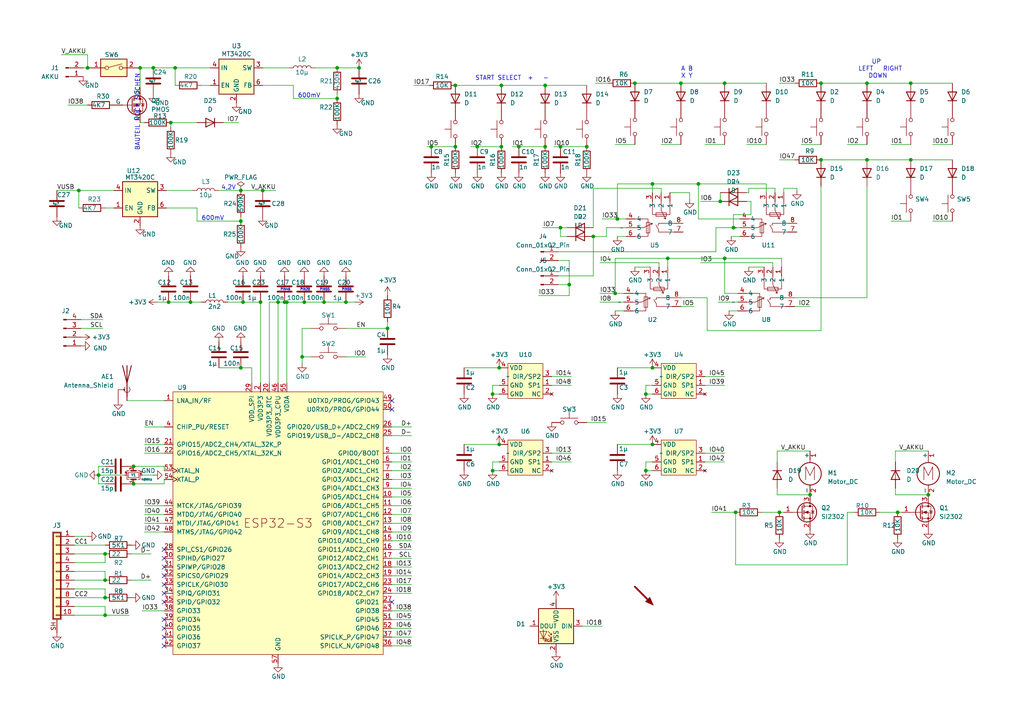
<source format=kicad_sch>
(kicad_sch (version 20231120) (generator "eeschema") (generator_version "8.0")
  (paper "A4")
  (junction (at 132.08 42.545))
  (junction (at 88.265 87.63))
  (junction (at 38.735 140.335))
  (junction (at 40.64 19.685))
  (junction (at 97.79 28.575) (diameter 0.9144))
  (junction (at 132.08 24.765))
  (junction (at 197.485 24.13))
  (junction (at 264.16 24.13))
  (junction (at 55.245 87.63))
  (junction (at 48.895 87.63))
  (junction (at 212.725 66.04))
  (junction (at 44.45 19.685))
  (junction (at 264.16 46.355))
  (junction (at 234.95 143.51))
  (junction (at 69.85 64.135) (diameter 0.9144))
  (junction (at 87.63 103.505) (diameter 0.9144))
  (junction (at 138.43 42.545))
  (junction (at 145.415 24.765))
  (junction (at 30.48 168.275))
  (junction (at 189.23 128.905))
  (junction (at 193.675 74.93))
  (junction (at 187.325 114.3))
  (junction (at 69.85 106.68))
  (junction (at 49.53 35.56) (diameter 0.9144))
  (junction (at 251.46 24.13))
  (junction (at 260.35 148.59))
  (junction (at 76.2 55.245))
  (junction (at 30.48 160.655))
  (junction (at 269.24 143.51))
  (junction (at 179.07 63.5))
  (junction (at 202.565 53.34))
  (junction (at 172.085 68.58))
  (junction (at 162.56 42.545))
  (junction (at 144.78 128.905))
  (junction (at 70.485 87.63))
  (junction (at 210.185 24.13))
  (junction (at 82.55 87.63))
  (junction (at 150.495 42.545))
  (junction (at 75.565 87.63))
  (junction (at 145.415 42.545))
  (junction (at 30.48 173.355))
  (junction (at 144.78 106.68))
  (junction (at 80.645 87.63))
  (junction (at 30.48 178.435))
  (junction (at 93.98 87.63))
  (junction (at 189.23 106.68))
  (junction (at 50.8 19.685) (diameter 0.9144))
  (junction (at 210.185 74.93))
  (junction (at 158.115 42.545))
  (junction (at 189.23 53.34))
  (junction (at 69.85 55.245) (diameter 0.9144))
  (junction (at 184.15 24.13))
  (junction (at 208.915 58.42))
  (junction (at 226.06 148.59))
  (junction (at 97.79 19.685) (diameter 0.9144))
  (junction (at 112.395 95.25))
  (junction (at 142.875 114.3))
  (junction (at 238.125 46.355))
  (junction (at 187.325 136.525))
  (junction (at 142.875 136.525))
  (junction (at 25.4 19.685))
  (junction (at 83.185 87.63))
  (junction (at 125.095 42.545))
  (junction (at 165.1 82.55))
  (junction (at 162.56 66.04))
  (junction (at 170.18 42.545))
  (junction (at 104.14 19.685) (diameter 0.9144))
  (junction (at 38.735 135.255))
  (junction (at 238.125 24.13))
  (junction (at 100.33 87.63))
  (junction (at 22.86 55.245) (diameter 0.9144))
  (junction (at 28.575 137.795))
  (junction (at 158.115 24.765))
  (junction (at 213.36 148.59))
  (junction (at 251.46 46.355))
  (junction (at 178.435 85.09))
  (no_connect (at 47.625 172.085))
  (no_connect (at 47.625 159.385))
  (no_connect (at 113.665 174.625))
  (no_connect (at 47.625 164.465))
  (no_connect (at 47.625 169.545))
  (no_connect (at 47.625 161.925))
  (no_connect (at 47.625 179.705))
  (no_connect (at 47.625 174.625))
  (no_connect (at 47.625 182.245))
  (no_connect (at 47.625 184.785))
  (no_connect (at 47.625 167.005))
  (no_connect (at 47.625 187.325))
  (no_connect (at 113.665 116.205))
  (no_connect (at 113.665 118.745))
  (wire (pts (xy 82.55 87.63) (xy 83.185 87.63)))
  (wire (pts (xy 69.85 62.865) (xy 69.85 64.135)))
  (wire (pts (xy 113.665 169.545) (xy 119.38 169.545)))
  (wire (pts (xy 203.2 76.2) (xy 224.155 76.2)))
  (wire (pts (xy 85.09 28.575) (xy 97.79 28.575)))
  (wire (pts (xy 47.625 140.335) (xy 38.735 140.335)))
  (wire (pts (xy 173.99 85.09) (xy 178.435 85.09)))
  (wire (pts (xy 48.895 87.63) (xy 55.245 87.63)))
  (wire (pts (xy 113.665 146.685) (xy 119.38 146.685)))
  (wire (pts (xy 217.17 54.61) (xy 224.79 54.61)))
  (wire (pts (xy 102.87 87.63) (xy 100.33 87.63)))
  (wire (pts (xy 226.695 74.93) (xy 226.695 77.47)))
  (wire (pts (xy 191.77 41.91) (xy 197.485 41.91)))
  (wire (pts (xy 264.16 24.13) (xy 276.225 24.13)))
  (wire (pts (xy 36.83 116.205) (xy 47.625 116.205)))
  (wire (pts (xy 213.995 87.63) (xy 208.28 87.63)))
  (wire (pts (xy 217.17 77.47) (xy 221.615 77.47)))
  (wire (pts (xy 187.325 136.525) (xy 189.23 136.525)))
  (wire (pts (xy 227.33 55.88) (xy 227.33 54.61)))
  (wire (pts (xy 55.245 87.63) (xy 58.42 87.63)))
  (wire (pts (xy 161.925 73.025) (xy 207.645 73.025)))
  (wire (pts (xy 193.675 74.93) (xy 193.675 77.47)))
  (wire (pts (xy 113.665 151.765) (xy 119.38 151.765)))
  (wire (pts (xy 225.425 133.985) (xy 225.425 130.81)))
  (wire (pts (xy 173.99 76.2) (xy 191.135 76.2)))
  (wire (pts (xy 251.46 53.975) (xy 251.46 86.36)))
  (wire (pts (xy 48.26 55.245) (xy 55.88 55.245)))
  (wire (pts (xy 160.02 131.445) (xy 165.735 131.445)))
  (wire (pts (xy 178.435 90.17) (xy 180.975 90.17)))
  (wire (pts (xy 184.15 77.47) (xy 188.595 77.47)))
  (wire (pts (xy 80.645 87.63) (xy 80.645 111.125)))
  (wire (pts (xy 225.425 130.81) (xy 234.95 130.81)))
  (wire (pts (xy 213.36 148.59) (xy 213.36 163.83)))
  (wire (pts (xy 30.48 178.435) (xy 37.465 178.435)))
  (wire (pts (xy 148.59 42.545) (xy 150.495 42.545)))
  (wire (pts (xy 259.715 143.51) (xy 269.24 143.51)))
  (wire (pts (xy 85.09 24.765) (xy 85.09 28.575)))
  (wire (pts (xy 162.56 42.545) (xy 170.18 42.545)))
  (wire (pts (xy 93.98 87.63) (xy 100.33 87.63)))
  (wire (pts (xy 238.125 46.355) (xy 251.46 46.355)))
  (wire (pts (xy 113.665 139.065) (xy 119.38 139.065)))
  (wire (pts (xy 21.59 160.655) (xy 30.48 160.655)))
  (wire (pts (xy 64.77 35.56) (xy 69.215 35.56)))
  (wire (pts (xy 259.715 141.605) (xy 259.715 143.51)))
  (wire (pts (xy 189.23 133.985) (xy 187.325 133.985)))
  (wire (pts (xy 136.525 42.545) (xy 138.43 42.545)))
  (wire (pts (xy 113.665 136.525) (xy 119.38 136.525)))
  (wire (pts (xy 142.875 133.985) (xy 142.875 136.525)))
  (wire (pts (xy 113.665 133.985) (xy 119.38 133.985)))
  (wire (pts (xy 165.1 85.725) (xy 165.1 82.55)))
  (wire (pts (xy 210.185 85.09) (xy 210.185 74.93)))
  (wire (pts (xy 165.1 82.55) (xy 161.925 82.55)))
  (wire (pts (xy 255.27 148.59) (xy 260.35 148.59)))
  (wire (pts (xy 75.565 87.63) (xy 75.565 111.125)))
  (wire (pts (xy 21.59 178.435) (xy 30.48 178.435)))
  (wire (pts (xy 76.2 24.765) (xy 85.09 24.765)))
  (wire (pts (xy 57.15 60.325) (xy 57.15 64.135)))
  (wire (pts (xy 206.375 148.59) (xy 213.36 148.59)))
  (wire (pts (xy 113.665 172.085) (xy 119.38 172.085)))
  (wire (pts (xy 48.26 60.325) (xy 57.15 60.325)))
  (wire (pts (xy 76.2 19.685) (xy 83.82 19.685)))
  (wire (pts (xy 204.47 131.445) (xy 210.185 131.445)))
  (wire (pts (xy 25.4 155.575) (xy 21.59 155.575)))
  (wire (pts (xy 91.44 19.685) (xy 97.79 19.685)))
  (wire (pts (xy 113.665 187.325) (xy 119.38 187.325)))
  (wire (pts (xy 22.86 55.245) (xy 33.02 55.245)))
  (wire (pts (xy 213.995 85.09) (xy 210.185 85.09)))
  (wire (pts (xy 208.915 58.42) (xy 203.2 58.42)))
  (wire (pts (xy 189.23 53.34) (xy 202.565 53.34)))
  (wire (pts (xy 47.625 146.685) (xy 41.91 146.685)))
  (wire (pts (xy 21.59 163.195) (xy 30.48 163.195)))
  (wire (pts (xy 160.02 111.76) (xy 165.735 111.76)))
  (wire (pts (xy 119.38 182.245) (xy 113.665 182.245)))
  (wire (pts (xy 119.38 161.925) (xy 113.665 161.925)))
  (wire (pts (xy 47.625 128.905) (xy 41.91 128.905)))
  (wire (pts (xy 259.715 133.985) (xy 259.715 130.81)))
  (wire (pts (xy 132.08 24.765) (xy 145.415 24.765)))
  (wire (pts (xy 258.445 64.135) (xy 264.16 64.135)))
  (wire (pts (xy 70.485 87.63) (xy 75.565 87.63)))
  (wire (pts (xy 23.495 92.71) (xy 29.845 92.71)))
  (wire (pts (xy 21.59 168.275) (xy 30.48 168.275)))
  (wire (pts (xy 76.2 55.245) (xy 80.01 55.245)))
  (wire (pts (xy 38.735 135.255) (xy 47.625 135.255)))
  (wire (pts (xy 21.59 170.815) (xy 30.48 170.815)))
  (wire (pts (xy 216.535 58.42) (xy 217.805 58.42)))
  (wire (pts (xy 113.665 149.225) (xy 119.38 149.225)))
  (wire (pts (xy 113.665 177.165) (xy 119.38 177.165)))
  (wire (pts (xy 112.395 93.345) (xy 112.395 95.25)))
  (wire (pts (xy 161.925 80.01) (xy 172.085 80.01)))
  (wire (pts (xy 264.16 46.355) (xy 276.225 46.355)))
  (wire (pts (xy 58.42 24.765) (xy 60.96 24.765)))
  (wire (pts (xy 205.105 95.885) (xy 238.125 95.885)))
  (wire (pts (xy 38.1 168.275) (xy 43.815 168.275)))
  (wire (pts (xy 212.725 66.04) (xy 214.63 66.04)))
  (wire (pts (xy 144.78 133.985) (xy 142.875 133.985)))
  (wire (pts (xy 50.8 24.765) (xy 50.8 19.685)))
  (wire (pts (xy 232.41 41.91) (xy 238.125 41.91)))
  (wire (pts (xy 181.61 66.04) (xy 175.895 66.04)))
  (wire (pts (xy 90.17 103.505) (xy 87.63 103.505)))
  (wire (pts (xy 100.33 103.505) (xy 106.045 103.505)))
  (wire (pts (xy 172.085 80.01) (xy 172.085 68.58)))
  (wire (pts (xy 69.85 106.68) (xy 73.025 106.68)))
  (wire (pts (xy 38.1 135.255) (xy 38.735 135.255)))
  (wire (pts (xy 202.565 63.5) (xy 202.565 53.34)))
  (wire (pts (xy 47.625 151.765) (xy 41.91 151.765)))
  (wire (pts (xy 30.48 173.355) (xy 21.59 173.355)))
  (wire (pts (xy 28.575 137.795) (xy 28.575 140.335)))
  (wire (pts (xy 41.91 123.825) (xy 47.625 123.825)))
  (wire (pts (xy 216.535 41.91) (xy 222.25 41.91)))
  (wire (pts (xy 150.495 42.545) (xy 158.115 42.545)))
  (wire (pts (xy 73.025 106.68) (xy 73.025 111.125)))
  (wire (pts (xy 160.02 109.22) (xy 165.735 109.22)))
  (wire (pts (xy 156.21 85.725) (xy 165.1 85.725)))
  (wire (pts (xy 204.47 133.985) (xy 210.185 133.985)))
  (wire (pts (xy 193.675 74.93) (xy 210.185 74.93)))
  (wire (pts (xy 172.085 66.04) (xy 172.085 54.61)))
  (wire (pts (xy 179.07 128.905) (xy 189.23 128.905)))
  (wire (pts (xy 217.805 62.23) (xy 212.725 62.23)))
  (wire (pts (xy 113.665 184.785) (xy 119.38 184.785)))
  (wire (pts (xy 66.04 87.63) (xy 70.485 87.63)))
  (wire (pts (xy 97.79 27.305) (xy 97.79 28.575)))
  (wire (pts (xy 23.495 95.25) (xy 29.845 95.25)))
  (wire (pts (xy 247.65 148.59) (xy 245.745 148.59)))
  (wire (pts (xy 47.625 149.225) (xy 41.91 149.225)))
  (wire (pts (xy 38.1 160.655) (xy 43.815 160.655)))
  (wire (pts (xy 179.07 106.68) (xy 189.23 106.68)))
  (wire (pts (xy 164.465 68.58) (xy 162.56 68.58)))
  (wire (pts (xy 191.135 77.47) (xy 191.135 76.2)))
  (wire (pts (xy 172.72 24.13) (xy 176.53 24.13)))
  (wire (pts (xy 225.425 141.605) (xy 225.425 143.51)))
  (wire (pts (xy 225.425 143.51) (xy 234.95 143.51)))
  (wire (pts (xy 25.4 15.875) (xy 25.4 19.685)))
  (wire (pts (xy 88.265 87.63) (xy 93.98 87.63)))
  (wire (pts (xy 87.63 95.25) (xy 87.63 103.505)))
  (wire (pts (xy 162.56 68.58) (xy 162.56 66.04)))
  (wire (pts (xy 211.455 90.17) (xy 213.995 90.17)))
  (wire (pts (xy 90.17 95.25) (xy 87.63 95.25)))
  (wire (pts (xy 178.435 85.09) (xy 178.435 74.93)))
  (wire (pts (xy 162.56 66.04) (xy 164.465 66.04)))
  (wire (pts (xy 208.915 55.88) (xy 208.915 58.42)))
  (wire (pts (xy 227.33 54.61) (xy 231.14 54.61)))
  (wire (pts (xy 83.185 87.63) (xy 88.265 87.63)))
  (wire (pts (xy 207.645 66.04) (xy 212.725 66.04)))
  (wire (pts (xy 270.51 41.91) (xy 276.225 41.91)))
  (wire (pts (xy 179.07 53.34) (xy 189.23 53.34)))
  (wire (pts (xy 28.575 137.795) (xy 36.195 137.795)))
  (wire (pts (xy 222.25 55.88) (xy 222.25 53.34)))
  (wire (pts (xy 179.07 63.5) (xy 181.61 63.5)))
  (wire (pts (xy 41.275 177.165) (xy 47.625 177.165)))
  (wire (pts (xy 170.18 122.555) (xy 175.895 122.555)))
  (wire (pts (xy 30.48 60.325) (xy 33.02 60.325)))
  (wire (pts (xy 21.59 165.735) (xy 30.48 165.735)))
  (wire (pts (xy 205.105 86.36) (xy 205.105 95.885)))
  (wire (pts (xy 87.63 103.505) (xy 87.63 105.41)))
  (wire (pts (xy 142.875 111.76) (xy 142.875 114.3)))
  (wire (pts (xy 238.125 53.975) (xy 238.125 95.885)))
  (wire (pts (xy 197.485 88.9) (xy 201.295 88.9)))
  (wire (pts (xy 28.575 140.335) (xy 30.48 140.335)))
  (wire (pts (xy 258.445 41.91) (xy 264.16 41.91)))
  (wire (pts (xy 230.505 86.36) (xy 251.46 86.36)))
  (wire (pts (xy 119.38 164.465) (xy 113.665 164.465)))
  (wire (pts (xy 226.06 46.355) (xy 230.505 46.355)))
  (wire (pts (xy 179.07 68.58) (xy 181.61 68.58)))
  (wire (pts (xy 212.09 68.58) (xy 214.63 68.58)))
  (wire (pts (xy 40.64 19.685) (xy 44.45 19.685)))
  (wire (pts (xy 97.79 19.685) (xy 104.14 19.685)))
  (wire (pts (xy 142.875 114.3) (xy 144.78 114.3)))
  (wire (pts (xy 231.14 54.61) (xy 231.14 55.245)))
  (wire (pts (xy 178.435 41.91) (xy 184.15 41.91)))
  (wire (pts (xy 217.805 58.42) (xy 217.805 62.23)))
  (wire (pts (xy 160.655 42.545) (xy 162.56 42.545)))
  (wire (pts (xy 251.46 24.13) (xy 264.16 24.13)))
  (wire (pts (xy 21.59 158.115) (xy 30.48 158.115)))
  (wire (pts (xy 217.17 55.88) (xy 217.17 54.61)))
  (wire (pts (xy 245.745 163.83) (xy 213.36 163.83)))
  (wire (pts (xy 175.895 66.04) (xy 175.895 68.58)))
  (wire (pts (xy 165.1 75.565) (xy 165.1 82.55)))
  (wire (pts (xy 210.185 74.93) (xy 226.695 74.93)))
  (wire (pts (xy 230.505 88.9) (xy 234.95 88.9)))
  (wire (pts (xy 30.48 160.655) (xy 30.48 163.195)))
  (wire (pts (xy 178.435 74.93) (xy 193.675 74.93)))
  (wire (pts (xy 47.625 135.255) (xy 47.625 136.525)))
  (wire (pts (xy 63.5 55.245) (xy 69.85 55.245)))
  (wire (pts (xy 57.15 64.135) (xy 69.85 64.135)))
  (wire (pts (xy 222.25 53.34) (xy 202.565 53.34)))
  (wire (pts (xy 204.47 111.76) (xy 210.185 111.76)))
  (wire (pts (xy 24.13 19.685) (xy 25.4 19.685)))
  (wire (pts (xy 113.665 126.365) (xy 119.38 126.365)))
  (wire (pts (xy 38.1 140.335) (xy 38.735 140.335)))
  (wire (pts (xy 113.665 141.605) (xy 119.38 141.605)))
  (wire (pts (xy 259.715 130.81) (xy 269.24 130.81)))
  (wire (pts (xy 174.625 63.5) (xy 179.07 63.5)))
  (wire (pts (xy 22.86 60.325) (xy 22.86 55.245)))
  (wire (pts (xy 41.91 35.56) (xy 40.64 35.56)))
  (wire (pts (xy 69.85 55.245) (xy 76.2 55.245)))
  (wire (pts (xy 30.48 165.735) (xy 30.48 168.275)))
  (wire (pts (xy 224.155 77.47) (xy 224.155 76.2)))
  (wire (pts (xy 40.64 19.685) (xy 40.64 25.4)))
  (wire (pts (xy 204.47 41.91) (xy 210.185 41.91)))
  (wire (pts (xy 207.645 73.025) (xy 207.645 66.04)))
  (wire (pts (xy 28.575 135.255) (xy 28.575 137.795)))
  (wire (pts (xy 125.095 42.545) (xy 132.08 42.545)))
  (wire (pts (xy 119.38 159.385) (xy 113.665 159.385)))
  (wire (pts (xy 191.77 54.61) (xy 191.77 55.88)))
  (wire (pts (xy 113.665 131.445) (xy 119.38 131.445)))
  (wire (pts (xy 197.485 24.13) (xy 210.185 24.13)))
  (wire (pts (xy 175.895 68.58) (xy 172.085 68.58)))
  (wire (pts (xy 78.105 87.63) (xy 80.645 87.63)))
  (wire (pts (xy 178.435 85.09) (xy 180.975 85.09)))
  (wire (pts (xy 179.07 63.5) (xy 179.07 53.34)))
  (wire (pts (xy 113.665 154.305) (xy 119.38 154.305)))
  (wire (pts (xy 189.23 53.34) (xy 189.23 55.88)))
  (wire (pts (xy 41.275 137.795) (xy 44.45 137.795)))
  (wire (pts (xy 113.665 144.145) (xy 119.38 144.145)))
  (wire (pts (xy 216.535 55.88) (xy 217.17 55.88)))
  (wire (pts (xy 80.645 87.63) (xy 82.55 87.63)))
  (wire (pts (xy 187.325 111.76) (xy 187.325 114.3)))
  (wire (pts (xy 134.62 106.68) (xy 144.78 106.68)))
  (wire (pts (xy 224.79 54.61) (xy 224.79 55.88)))
  (wire (pts (xy 204.47 109.22) (xy 210.185 109.22)))
  (wire (pts (xy 119.38 156.845) (xy 113.665 156.845)))
  (wire (pts (xy 226.06 24.13) (xy 230.505 24.13)))
  (wire (pts (xy 19.685 30.48) (xy 25.4 30.48)))
  (wire (pts (xy 245.745 148.59) (xy 245.745 163.83)))
  (wire (pts (xy 212.725 62.23) (xy 212.725 66.04)))
  (wire (pts (xy 245.745 41.91) (xy 251.46 41.91)))
  (wire (pts (xy 21.59 175.895) (xy 30.48 175.895)))
  (wire (pts (xy 30.48 135.255) (xy 28.575 135.255)))
  (wire (pts (xy 187.325 114.3) (xy 189.23 114.3)))
  (wire (pts (xy 49.53 35.56) (xy 49.53 36.83)))
  (wire (pts (xy 113.665 123.825) (xy 119.38 123.825)))
  (wire (pts (xy 251.46 46.355) (xy 264.16 46.355)))
  (wire (pts (xy 142.875 136.525) (xy 144.78 136.525)))
  (wire (pts (xy 189.23 111.76) (xy 187.325 111.76)))
  (wire (pts (xy 158.115 24.765) (xy 170.18 24.765)))
  (wire (pts (xy 197.485 86.36) (xy 205.105 86.36)))
  (wire (pts (xy 134.62 128.905) (xy 144.78 128.905)))
  (wire (pts (xy 44.45 19.685) (xy 50.8 19.685)))
  (wire (pts (xy 63.5 106.68) (xy 69.85 106.68)))
  (wire (pts (xy 238.125 24.13) (xy 251.46 24.13)))
  (wire (pts (xy 220.98 148.59) (xy 226.06 148.59)))
  (wire (pts (xy 78.105 87.63) (xy 78.105 111.125)))
  (wire (pts (xy 187.325 133.985) (xy 187.325 136.525)))
  (wire (pts (xy 17.78 15.875) (xy 25.4 15.875)))
  (wire (pts (xy 50.8 19.685) (xy 60.96 19.685)))
  (wire (pts (xy 226.06 148.59) (xy 227.33 148.59)))
  (wire (pts (xy 30.48 175.895) (xy 30.48 178.435)))
  (wire (pts (xy 47.625 139.065) (xy 47.625 140.335)))
  (wire (pts (xy 270.51 64.135) (xy 276.225 64.135)))
  (wire (pts (xy 120.015 24.765) (xy 124.46 24.765)))
  (wire (pts (xy 119.38 167.005) (xy 113.665 167.005)))
  (wire (pts (xy 16.51 55.245) (xy 22.86 55.245)))
  (wire (pts (xy 210.185 24.13) (xy 222.25 24.13)))
  (wire (pts (xy 157.48 66.04) (xy 162.56 66.04)))
  (wire (pts (xy 47.625 131.445) (xy 41.91 131.445)))
  (wire (pts (xy 30.48 170.815) (xy 30.48 173.355)))
  (wire (pts (xy 184.15 24.13) (xy 197.485 24.13)))
  (wire (pts (xy 260.35 148.59) (xy 261.62 148.59)))
  (wire (pts (xy 138.43 42.545) (xy 145.415 42.545)))
  (wire (pts (xy 113.665 179.705) (xy 119.38 179.705)))
  (wire (pts (xy 144.78 111.76) (xy 142.875 111.76)))
  (wire (pts (xy 83.185 87.63) (xy 83.185 111.125)))
  (wire (pts (xy 47.625 154.305) (xy 41.91 154.305)))
  (wire (pts (xy 45.72 87.63) (xy 48.895 87.63)))
  (wire (pts (xy 100.33 95.25) (xy 112.395 95.25)))
  (wire (pts (xy 49.53 35.56) (xy 57.15 35.56)))
  (wire (pts (xy 172.085 54.61) (xy 191.77 54.61)))
  (wire (pts (xy 145.415 24.765) (xy 158.115 24.765)))
  (wire (pts (xy 160.02 133.985) (xy 165.735 133.985)))
  (wire (pts (xy 123.825 42.545) (xy 125.095 42.545)))
  (wire (pts (xy 168.91 181.61) (xy 174.625 181.61)))
  (wire (pts (xy 200.025 55.88) (xy 200.025 57.785)))
  (wire (pts (xy 161.925 75.565) (xy 165.1 75.565)))
  (wire (pts (xy 173.99 87.63) (xy 180.975 87.63)))
  (wire (pts (xy 194.31 55.88) (xy 200.025 55.88)))
  (wire (pts (xy 214.63 63.5) (xy 202.565 63.5)))
  (text "PIN46" (at 81.28 84.455 0) (effects (font (size 0.635 0.635)) (justify left bottom)))
  (text "PIN20" (at 86.995 84.455 0) (effects (font (size 0.635 0.635)) (justify left bottom)))
  (text "BAUTEIL NOCH SUCHEN\n" (at 40.64 43.815 90) (effects (font (size 1.27 1.27)) (justify left bottom)))
  (text "A B\nX Y" (at 197.485 22.86 0) (effects (font (size 1.27 1.27)) (justify left bottom)))
  (text "600mV" (at 86.36 28.575 0) (effects (font (size 1.27 1.27)) (justify left bottom)))
  (text "PIN55" (at 92.71 84.455 0) (effects (font (size 0.635 0.635)) (justify left bottom)))
  (text "    UP\nLEFT   RIGHT\n   DOWN" (at 248.92 22.86 0) (effects (font (size 1.27 1.27)) (justify left bottom)))
  (text "4,2V" (at 64.135 55.245 0) (effects (font (size 1.27 1.27)) (justify left bottom)))
  (text "START SELECT  +   -" (at 137.795 23.495 0) (effects (font (size 1.27 1.27)) (justify left bottom)))
  (text "PIN55" (at 99.06 84.455 0) (effects (font (size 0.635 0.635)) (justify left bottom)))
  (text "600mV" (at 58.42 64.135 0) (effects (font (size 1.27 1.27)) (justify left bottom)))
  (label "IO16" (at 172.72 24.13 0))
  (label "D-" (at 43.815 160.655 180))
  (label "IO45" (at 210.185 109.22 180))
  (label "IO46" (at 165.735 133.985 180))
  (label "IO6" (at 203.2 58.42 0))
  (label "IO39" (at 210.185 111.76 180))
  (label "CC2" (at 21.59 173.355 0))
  (label "IO5" (at 232.41 41.91 0))
  (label "IO6" (at 119.38 146.685 180))
  (label "IO8" (at 173.99 87.63 0))
  (label "IO10" (at 270.51 41.91 0))
  (label "IO17" (at 120.015 24.765 0))
  (label "IO15" (at 41.91 128.905 0))
  (label "IO17" (at 119.38 169.545 180))
  (label "IO16" (at 41.91 131.445 0))
  (label "CC1" (at 21.59 158.115 0))
  (label "IO38" (at 19.685 30.48 0))
  (label "IO15" (at 175.895 122.555 180))
  (label "IO47" (at 226.06 46.355 0))
  (label "IO4" (at 119.38 141.605 180))
  (label "IO0" (at 106.045 103.505 180))
  (label "SCL" (at 29.845 95.25 180))
  (label "IO9" (at 208.28 87.63 0))
  (label "EN" (at 41.91 123.825 0))
  (label "IO5" (at 201.295 88.9 180))
  (label "IO5" (at 178.435 41.91 0))
  (label "IO2" (at 119.38 136.525 180))
  (label "IO1" (at 148.59 42.545 0))
  (label "IO33" (at 174.625 63.5 0))
  (label "D+" (at 119.38 123.825 180))
  (label "IO3" (at 119.38 139.065 180))
  (label "EN" (at 106.045 95.25 180))
  (label "IO42" (at 41.91 154.305 0))
  (label "IO10" (at 160.655 42.545 0))
  (label "IO9" (at 119.38 154.305 180))
  (label "IO2" (at 191.77 41.91 0))
  (label "IO10" (at 216.535 41.91 0))
  (label "IO48" (at 165.735 111.76 180))
  (label "V_AKKU" (at 17.78 15.875 0))
  (label "IO5" (at 119.38 144.145 180))
  (label "V_AKKU" (at 267.97 130.81 180))
  (label "IO1" (at 204.47 41.91 0))
  (label "IO10" (at 119.38 156.845 180))
  (label "IO48" (at 119.38 187.325 180))
  (label "IO40" (at 210.185 131.445 180))
  (label "D-" (at 119.38 126.365 180))
  (label "D+" (at 43.815 168.275 180))
  (label "SDA" (at 29.845 92.71 180))
  (label "IO7" (at 69.215 35.56 180))
  (label "IO47" (at 119.38 184.785 180))
  (label "IO46" (at 119.38 182.245 180))
  (label "IO2" (at 136.525 42.545 0))
  (label "IO33" (at 226.06 24.13 0))
  (label "IO42" (at 210.185 133.985 180))
  (label "IO1" (at 258.445 64.135 0))
  (label "IO0" (at 119.38 131.445 180))
  (label "IO10" (at 270.51 64.135 0))
  (label "SCL" (at 119.38 161.925 180))
  (label "IO2" (at 245.745 41.91 0))
  (label "IO7" (at 119.38 149.225 180))
  (label "IO40" (at 41.91 149.225 0))
  (label "VUSB" (at 37.465 178.435 180))
  (label "IO4" (at 173.99 76.2 0))
  (label "IO33" (at 156.21 85.725 0))
  (label "V_AKKU" (at 233.68 130.81 180))
  (label "IO45" (at 119.38 179.705 180))
  (label "V_AKKU" (at 80.01 55.245 180))
  (label "IO2" (at 234.95 88.9 180))
  (label "SDA" (at 119.38 159.385 180))
  (label "IO33" (at 173.99 85.09 0))
  (label "IO1" (at 119.38 133.985 180))
  (label "IO41" (at 206.375 148.59 0))
  (label "IO13" (at 165.735 131.445 180))
  (label "IO1" (at 258.445 41.91 0))
  (label "IO41" (at 41.91 151.765 0))
  (label "IO38" (at 119.38 177.165 180))
  (label "IO3" (at 203.2 76.2 0))
  (label "VUSB" (at 16.51 55.245 0))
  (label "IO18" (at 174.625 181.61 180))
  (label "IO7" (at 157.48 66.04 0))
  (label "IO13" (at 119.38 164.465 180))
  (label "IO33" (at 41.275 177.165 0))
  (label "IO39" (at 41.91 146.685 0))
  (label "IO14" (at 165.735 109.22 180))
  (label "IO5" (at 123.825 42.545 0))
  (label "IO18" (at 119.38 172.085 180))
  (label "IO8" (at 119.38 151.765 180))
  (label "IO14" (at 119.38 167.005 180))
  (symbol (lib_id "power:GND") (at 170.18 50.165 0) (unit 1)
    (property "Reference" "#PWR043" (effects (hide yes)))
    (property "Value" "GND" (at 168.275 53.975 0) (effects (justify left)))
  )
  (symbol (lib_id "Device:R") (at 145.415 46.355 180) (unit 1)
    (property "Reference" "R16" (at 142.875 44.45 90) (effects (justify left)))
    (property "Value" "100K" (at 145.415 43.815 90) (effects (justify left)))
    (property "Footprint" "Resistor_SMD:R_0402_1005Metric" (effects (hide yes)))
  )
  (symbol (lib_id "power:GND") (at 231.14 55.245 0) (unit 1)
    (property "Reference" "#PWR013" (effects (hide yes)))
    (property "Value" "GND" (at 229.235 59.055 0) (effects (justify left)))
  )
  (symbol (lib_id "power:GND") (at 104.14 27.305 0) (unit 1)
    (property "Reference" "#PWR071" (effects (hide yes)))
    (property "Value" "GND" (at 106.68 29.845 0))
  )
  (symbol (lib_id "Switch:SW_Push") (at 276.225 36.83 90) (unit 1)
    (property "Reference" "SW26" (effects (hide yes)))
    (property "Value" "SW_Push" (effects (hide yes)))
    (property "Footprint" "TheBrutzlers_Lib:RubberpadButton_250µ_250µ" (effects (hide yes)))
    (property "LCSC" "C100056" (effects (hide yes)))
  )
  (symbol (lib_id "power:GND") (at 63.5 99.06 180) (unit 1)
    (property "Reference" "#PWR053" (effects (hide yes)))
    (property "Value" "GND" (at 65.405 95.25 0) (effects (justify left)))
  )
  (symbol (lib_id "Device:C") (at 16.51 59.055 0) (unit 1)
    (property "Reference" "C27" (at 16.51 56.515 0) (effects (justify left)))
    (property "Value" "4µ7" (at 15.24 59.055 0) (effects (font (size 0.6096 0.6096)) (justify left)))
    (property "Footprint" "Capacitor_SMD:C_0603_1608Metric" (effects (hide yes)))
    (property "LCSC" "C415373" (effects (hide yes)))
  )
  (symbol (lib_id "power:GND") (at 25.4 155.575 90) (unit 1)
    (property "Reference" "#PWR063" (effects (hide yes)))
    (property "Value" "GND" (at 32.385 155.575 90) (effects (justify left)))
  )
  (symbol (lib_id "Device:D") (at 212.725 55.88 0) (unit 1)
    (property "Reference" "D23" (at 212.725 50.165 0))
    (property "Value" "D" (at 212.725 52.705 0))
    (property "Footprint" "Diode_SMD:D_SOD-123F" (effects (hide yes)))
    (property "Sim.Device" "D" (effects (hide yes)))
    (property "Sim.Pins" "1=K 2=A" (effects (hide yes)))
  )
  (symbol (lib_id "Device:R") (at 132.08 46.355 180) (unit 1)
    (property "Reference" "R15" (at 129.54 44.45 90) (effects (justify left)))
    (property "Value" "100K" (at 132.08 43.815 90) (effects (justify left)))
    (property "Footprint" "Resistor_SMD:R_0402_1005Metric" (effects (hide yes)))
  )
  (symbol (lib_id "power:GND") (at 187.325 136.525 0) (unit 1)
    (property "Reference" "#PWR037" (effects (hide yes)))
    (property "Value" "GND" (at 185.42 140.335 0) (effects (justify left)))
  )
  (symbol (lib_id "Device:R") (at 170.18 46.355 180) (unit 1)
    (property "Reference" "R18" (at 167.64 44.45 90) (effects (justify left)))
    (property "Value" "100K" (at 170.18 43.815 90) (effects (justify left)))
    (property "Footprint" "Resistor_SMD:R_0402_1005Metric" (effects (hide yes)))
  )
  (symbol (lib_id "Switch:SW_Push") (at 210.185 36.83 90) (unit 1)
    (property "Reference" "SW23" (effects (hide yes)))
    (property "Value" "SW_Push" (effects (hide yes)))
    (property "Footprint" "TheBrutzlers_Lib:RubberpadButton_250µ_250µ" (effects (hide yes)))
    (property "LCSC" "C100056" (effects (hide yes)))
  )
  (symbol (lib_id "Switch:SW_Push") (at 170.18 37.465 90) (unit 1)
    (property "Reference" "SW20" (effects (hide yes)))
    (property "Value" "SW_Push" (effects (hide yes)))
    (property "Footprint" "TheBrutzlers_Lib:RubberpadButton_250µ_250µ" (effects (hide yes)))
    (property "LCSC" "C100056" (effects (hide yes)))
  )
  (symbol (lib_id "power:GND") (at 38.1 173.355 90) (unit 1)
    (property "Reference" "#PWR065" (effects (hide yes)))
    (property "Value" "GND" (at 45.085 173.355 90) (effects (justify left)))
  )
  (symbol (lib_id "Device:C") (at 44.45 23.495 0) (unit 1)
    (property "Reference" "C24" (at 44.45 20.955 0) (effects (justify left)))
    (property "Value" "4µ7" (at 43.18 23.495 0) (effects (font (size 0.6096 0.6096)) (justify left)))
    (property "Footprint" "Capacitor_SMD:C_0603_1608Metric" (effects (hide yes)))
    (property "LCSC" "C415373" (effects (hide yes)))
  )
  (symbol (lib_id "Switch:SW_Push") (at 238.125 36.83 90) (unit 1)
    (property "Reference" "SW16" (effects (hide yes)))
    (property "Value" "SW_Push" (effects (hide yes)))
    (property "Footprint" "TheBrutzlers_Lib:RubberpadButton_250µ_250µ" (effects (hide yes)))
    (property "LCSC" "C100056" (effects (hide yes)))
  )
  (symbol (lib_id "power:GND") (at 132.08 50.165 0) (unit 1)
    (property "Reference" "#PWR039" (effects (hide yes)))
    (property "Value" "GND" (at 130.175 53.975 0) (effects (justify left)))
  )
  (symbol (lib_id "TheBrutzlers_Lib:FJ08K-S") (at 224.79 66.04 0) (unit 1)
    (property "Reference" "U11" (at 222.885 71.12 0))
    (property "Value" "~" (at 213.36 66.04 0))
    (property "Footprint" "TheBrutzlers_Lib:FJ08K-S" (effects (hide yes)))
    (property "Datasheet" "http://www.polyshine.cn/uploadFile/FJ08K-2017-02-07-07-29-33.pdf" (effects (hide yes)))
  )
  (symbol (lib_id "TheBrutzlers_Lib:MT890X") (at 147.32 131.445 0) (unit 1)
    (property "Reference" "U6" (at 152.4 125.095 0))
    (property "Value" "~" (at 147.32 131.445 0))
    (property "Footprint" "Package_TO_SOT_SMD:SOT-23-6" (effects (hide yes)))
    (property "Datasheet" "https://datasheet.lcsc.com/lcsc/2010122038_Magn-Tek-MT8901AT-SD_C879630.pdf" (effects (hide yes)))
    (property "LCSC" "C879630" (effects (hide yes)))
  )
  (symbol (lib_id "Transistor_FET:2N7002") (at 232.41 148.59 0) (unit 1)
    (property "Reference" "Q2" (at 238.125 147.32 0) (effects (justify left)))
    (property "Value" "SI2302" (at 238.125 149.86 0) (effects (justify left)))
    (property "Footprint" "Package_TO_SOT_SMD:SOT-23" (effects (hide yes)))
    (property "Datasheet" "https://www.onsemi.com/pub/Collateral/NDS7002A-D.PDF" (effects (hide yes)))
  )
  (symbol (lib_id "Switch:SW_Push") (at 95.25 103.505 0) (unit 1)
    (property "Reference" "SW2" (at 95.25 99.695 0))
    (property "Value" "SW_Push" (effects (hide yes)))
    (property "Footprint" "Button_Switch_SMD:SW_SPST_CK_RS282G05A3" (effects (hide yes)))
    (property "LCSC" "C100056" (effects (hide yes)))
  )
  (symbol (lib_id "Device:D") (at 197.485 27.94 90) (unit 1)
    (property "Reference" "D8" (at 200.025 26.67 90) (effects (justify right)))
    (property "Value" "D" (at 200.025 29.21 90) (effects (justify right)))
    (property "Footprint" "Diode_SMD:D_SOD-123F" (effects (hide yes)))
    (property "Sim.Device" "D" (effects (hide yes)))
    (property "Sim.Pins" "1=K 2=A" (effects (hide yes)))
  )
  (symbol (lib_id "Device:D") (at 238.125 50.165 90) (unit 1)
    (property "Reference" "D15" (at 240.665 48.895 90) (effects (justify right)))
    (property "Value" "D" (at 240.665 51.435 90) (effects (justify right)))
    (property "Footprint" "Diode_SMD:D_SOD-123F" (effects (hide yes)))
    (property "Sim.Device" "D" (effects (hide yes)))
    (property "Sim.Pins" "1=K 2=A" (effects (hide yes)))
  )
  (symbol (lib_id "Switch:SW_Push") (at 158.115 37.465 90) (unit 1)
    (property "Reference" "SW19" (effects (hide yes)))
    (property "Value" "SW_Push" (effects (hide yes)))
    (property "Footprint" "TheBrutzlers_Lib:RubberpadButton_250µ_250µ" (effects (hide yes)))
    (property "LCSC" "C100056" (effects (hide yes)))
  )
  (symbol (lib_id "Device:C") (at 55.245 83.82 0) (unit 1)
    (property "Reference" "C13" (at 52.07 81.915 0) (effects (justify left)))
    (property "Value" "100n" (at 50.165 86.36 0) (effects (justify left)))
    (property "Footprint" "Resistor_SMD:R_0402_1005Metric" (effects (hide yes)))
    (property "LCSC" "C1581" (effects (hide yes)))
  )
  (symbol (lib_id "Motor:Motor_DC") (at 234.95 135.89 0) (unit 1)
    (property "Reference" "M1" (at 240.03 137.16 0) (effects (justify left)))
    (property "Value" "Motor_DC" (at 240.03 139.7 0) (effects (justify left)))
    (property "Footprint" "Battery:BatteryHolder_Seiko_MS621F" (effects (hide yes)))
    (property "LCSC" "C2759984" (effects (hide yes)))
  )
  (symbol (lib_id "Device:R") (at 69.85 59.055 0) (unit 1)
    (property "Reference" "R24" (at 64.77 59.055 0) (effects (justify left)))
    (property "Value" "590K" (at 69.85 61.595 90) (effects (justify left)))
    (property "Footprint" "Resistor_SMD:R_0603_1608Metric" (effects (hide yes)))
    (property "Datasheet" "RN731JTTD2463D25" (effects (hide yes)))
    (property "LCSC" "C23208" (effects (hide yes)))
  )
  (symbol (lib_id "power:+3V3") (at 189.23 106.68 0) (unit 1)
    (property "Reference" "#PWR018" (effects (hide yes)))
    (property "Value" "+3V3" (at 189.23 102.87 0))
  )
  (symbol (lib_id "Transistor_FET:2N7002") (at 266.7 148.59 0) (unit 1)
    (property "Reference" "Q1" (at 272.415 147.32 0) (effects (justify left)))
    (property "Value" "SI2302" (at 272.415 149.86 0) (effects (justify left)))
    (property "Footprint" "Package_TO_SOT_SMD:SOT-23" (effects (hide yes)))
    (property "Datasheet" "https://www.onsemi.com/pub/Collateral/NDS7002A-D.PDF" (effects (hide yes)))
  )
  (symbol (lib_id "mt3420c:MT3420C") (at 68.58 22.225 0) (unit 1)
    (property "Reference" "U3" (at 68.58 13.335 0))
    (property "Value" "MT3420C" (at 68.58 15.6464 0))
    (property "Footprint" "Package_TO_SOT_SMD:SOT-23-6" (effects (hide yes)))
    (property "LCSC" "C181741" (effects (hide yes)))
  )
  (symbol (lib_id "Switch:SW_Push") (at 264.16 59.055 90) (unit 1)
    (property "Reference" "SW4" (at 265.43 57.785 90) (effects (justify right)))
    (property "Value" "SW_Push" (effects (hide yes)))
    (property "Footprint" "Button_Switch_THT:SW_Tactile_SPST_Angled_PTS645Vx39-2LFS" (effects (hide yes)))
  )
  (symbol (lib_id "TheBrutzlers_Lib:MT890X") (at 191.77 109.22 0) (unit 1)
    (property "Reference" "U4" (at 196.85 102.87 0))
    (property "Value" "~" (at 191.77 109.22 0))
    (property "Footprint" "Package_TO_SOT_SMD:SOT-23-6" (effects (hide yes)))
    (property "Datasheet" "https://datasheet.lcsc.com/lcsc/2010122038_Magn-Tek-MT8901AT-SD_C879630.pdf" (effects (hide yes)))
    (property "LCSC" "C879630" (effects (hide yes)))
  )
  (symbol (lib_id "power:GND") (at 69.85 99.06 180) (unit 1)
    (property "Reference" "#PWR054" (effects (hide yes)))
    (property "Value" "GND" (at 71.755 95.25 0) (effects (justify left)))
  )
  (symbol (lib_id "Device:C") (at 150.495 46.355 0) (unit 1)
    (property "Reference" "C10" (at 151.1463 44.0188 0) (effects (justify left)))
    (property "Value" "1n" (at 150.5113 48.4638 0) (effects (justify left)))
    (property "Footprint" "Resistor_SMD:R_0402_1005Metric" (effects (hide yes)))
  )
  (symbol (lib_id "power:GND") (at 179.07 114.3 0) (unit 1)
    (property "Reference" "#PWR016" (effects (hide yes)))
    (property "Value" "GND" (at 177.165 118.11 0) (effects (justify left)))
  )
  (symbol (lib_id "Device:R") (at 54.61 24.765 270) (unit 1)
    (property "Reference" "R20" (at 53.34 22.225 90) (effects (justify left)))
    (property "Value" "4K7" (at 52.07 24.765 90) (effects (justify left)))
    (property "Footprint" "Resistor_SMD:R_0603_1608Metric" (effects (hide yes)))
    (property "LCSC" "C105428" (effects (hide yes)))
  )
  (symbol (lib_id "power:GND") (at 23.495 100.33 90) (unit 1)
    (property "Reference" "#PWR03" (effects (hide yes)))
    (property "Value" "GND" (at 31.115 100.9651 90) (effects (justify left)))
  )
  (symbol (lib_id "Device:C") (at 75.565 83.82 0) (unit 1)
    (property "Reference" "C23" (at 73.025 81.915 0) (effects (justify left)))
    (property "Value" "1µ" (at 71.755 86.36 0) (effects (justify left)))
    (property "Footprint" "Resistor_SMD:R_0402_1005Metric" (effects (hide yes)))
    (property "LCSC" "C307413" (effects (hide yes)))
  )
  (symbol (lib_id "Device:L") (at 62.23 87.63 90) (unit 1)
    (property "Reference" "L1" (at 61.595 85.725 90))
    (property "Value" "2n2" (at 62.23 88.9 90))
    (property "Footprint" "Inductor_SMD:L_0402_1005Metric" (effects (hide yes)))
    (property "LCSC" "C27122" (effects (hide yes)))
  )
  (symbol (lib_id "Device:C") (at 63.5 102.87 0) (unit 1)
    (property "Reference" "C14" (at 60.325 100.965 0) (effects (justify left)))
    (property "Value" "1µ" (at 60.325 105.41 0) (effects (justify left)))
    (property "Footprint" "Resistor_SMD:R_0402_1005Metric" (effects (hide yes)))
    (property "LCSC" "C307413" (effects (hide yes)))
  )
  (symbol (lib_id "Device:R") (at 251.46 148.59 90) (unit 1)
    (property "Reference" "R10" (at 252.095 146.685 90) (effects (justify left)))
    (property "Value" "10K" (at 253.365 148.59 90) (effects (justify left)))
    (property "Footprint" "Resistor_SMD:R_0402_1005Metric" (effects (hide yes)))
  )
  (symbol (lib_id "power:+3V3") (at 112.395 85.725 0) (unit 1)
    (property "Reference" "#PWR011" (effects (hide yes)))
    (property "Value" "+3V3" (at 112.395 81.28 0))
  )
  (symbol (lib_id "Device:R") (at 180.34 24.13 90) (unit 1)
    (property "Reference" "R6" (at 182.245 21.59 90) (effects (justify left)))
    (property "Value" "10K" (at 182.245 24.13 90) (effects (justify left)))
    (property "Footprint" "Resistor_SMD:R_0402_1005Metric" (effects (hide yes)))
  )
  (symbol (lib_id "power:GND") (at 211.455 90.17 0) (unit 1)
    (property "Reference" "#PWR05" (effects (hide yes)))
    (property "Value" "GND" (at 209.55 93.98 0) (effects (justify left)))
  )
  (symbol (lib_id "power:GND") (at 16.51 183.515 0) (unit 1)
    (property "Reference" "#PWR01" (effects (hide yes)))
    (property "Value" "GND" (at 14.605 187.325 0) (effects (justify left)))
  )
  (symbol (lib_id "Device:R") (at 158.115 46.355 180) (unit 1)
    (property "Reference" "R17" (at 155.575 44.45 90) (effects (justify left)))
    (property "Value" "100K" (at 158.115 43.815 90) (effects (justify left)))
    (property "Footprint" "Resistor_SMD:R_0402_1005Metric" (effects (hide yes)))
  )
  (symbol (lib_id "power:+3V3") (at 144.78 106.68 0) (unit 1)
    (property "Reference" "#PWR022" (effects (hide yes)))
    (property "Value" "+3V3" (at 144.78 102.87 0))
  )
  (symbol (lib_id "power:GND") (at 138.43 50.165 0) (unit 1)
    (property "Reference" "#PWR046" (effects (hide yes)))
    (property "Value" "GND" (at 136.525 53.975 0) (effects (justify left)))
  )
  (symbol (lib_id "Device:L") (at 59.69 55.245 90) (unit 1)
    (property "Reference" "L3" (at 59.69 52.705 90))
    (property "Value" "10µ" (at 59.69 56.515 90))
    (property "Footprint" "Inductor_SMD:L_Bourns-SRN4018" (effects (hide yes)))
    (property "LCSC" "C520273" (effects (hide yes)))
  )
  (symbol (lib_id "Device:C") (at 162.56 46.355 0) (unit 1)
    (property "Reference" "C11" (at 163.2113 44.0188 0) (effects (justify left)))
    (property "Value" "1n" (at 162.5763 48.4638 0) (effects (justify left)))
    (property "Footprint" "Resistor_SMD:R_0402_1005Metric" (effects (hide yes)))
  )
  (symbol (lib_id "Device:C") (at 69.85 102.87 0) (unit 1)
    (property "Reference" "C15" (at 66.675 100.965 0) (effects (justify left)))
    (property "Value" "100n" (at 64.77 105.41 0) (effects (justify left)))
    (property "Footprint" "Resistor_SMD:R_0402_1005Metric" (effects (hide yes)))
    (property "LCSC" "C1581" (effects (hide yes)))
  )
  (symbol (lib_id "Device:R") (at 128.27 24.765 90) (unit 1)
    (property "Reference" "R14" (at 130.175 22.225 90) (effects (justify left)))
    (property "Value" "10K" (at 130.175 24.765 90) (effects (justify left)))
    (property "Footprint" "Resistor_SMD:R_0402_1005Metric" (effects (hide yes)))
  )
  (symbol (lib_id "Device:D") (at 251.46 27.94 90) (unit 1)
    (property "Reference" "D4" (at 254 26.67 90) (effects (justify right)))
    (property "Value" "D" (at 254 29.21 90) (effects (justify right)))
    (property "Footprint" "Diode_SMD:D_SOD-123F" (effects (hide yes)))
    (property "Sim.Device" "D" (effects (hide yes)))
    (property "Sim.Pins" "1=K 2=A" (effects (hide yes)))
  )
  (symbol (lib_id "power:GND") (at 48.895 80.01 180) (unit 1)
    (property "Reference" "#PWR051" (effects (hide yes)))
    (property "Value" "GND" (at 50.8 76.2 0) (effects (justify left)))
  )
  (symbol (lib_id "Connector:Conn_01x04_Pin") (at 18.415 97.79 0) (mirror x) (unit 1)
    (property "Reference" "J2" (at 19.05 90.17 0))
    (property "Value" "Conn_01x04_Pin" (effects (hide yes)))
    (property "Footprint" "Connector_PinHeader_2.54mm:PinHeader_1x04_P2.54mm_Vertical" (effects (hide yes)))
  )
  (symbol (lib_id "Device:R") (at 234.315 24.13 90) (unit 1)
    (property "Reference" "R11" (at 236.22 21.59 90) (effects (justify left)))
    (property "Value" "10K" (at 236.22 24.13 90) (effects (justify left)))
    (property "Footprint" "Resistor_SMD:R_0402_1005Metric" (effects (hide yes)))
  )
  (symbol (lib_id "power:GND") (at 76.2 62.865 0) (unit 1)
    (property "Reference" "#PWR076" (effects (hide yes)))
    (property "Value" "GND" (at 78.74 65.405 0))
  )
  (symbol (lib_id "power:GND") (at 142.875 114.3 0) (unit 1)
    (property "Reference" "#PWR035" (effects (hide yes)))
    (property "Value" "GND" (at 140.97 118.11 0) (effects (justify left)))
  )
  (symbol (lib_id "Device:D") (at 222.25 27.94 90) (unit 1)
    (property "Reference" "D10" (at 224.79 26.67 90) (effects (justify right)))
    (property "Value" "D" (at 224.79 29.21 90) (effects (justify right)))
    (property "Footprint" "Diode_SMD:D_SOD-123F" (effects (hide yes)))
    (property "Sim.Device" "D" (effects (hide yes)))
    (property "Sim.Pins" "1=K 2=A" (effects (hide yes)))
  )
  (symbol (lib_id "Device:R") (at 29.21 30.48 270) (unit 1)
    (property "Reference" "R30" (at 27.94 27.94 90) (effects (justify left)))
    (property "Value" "4K7" (at 26.67 30.48 90) (effects (justify left)))
    (property "Footprint" "Resistor_SMD:R_0603_1608Metric" (effects (hide yes)))
    (property "LCSC" "C105428" (effects (hide yes)))
  )
  (symbol (lib_id "power:GND") (at 44.45 137.795 90) (unit 1)
    (property "Reference" "#PWR062" (effects (hide yes)))
    (property "Value" "GND" (at 45.085 136.525 90) (effects (justify left)))
  )
  (symbol (lib_id "Device:R") (at 34.29 158.115 270) (unit 1)
    (property "Reference" "R7" (at 33.02 156.21 90) (effects (justify left)))
    (property "Value" "5K1" (at 32.385 158.115 90) (effects (justify left)))
    (property "Footprint" "Resistor_SMD:R_0603_1608Metric" (effects (hide yes)))
  )
  (symbol (lib_id "power:GND") (at 38.1 158.115 90) (unit 1)
    (property "Reference" "#PWR064" (effects (hide yes)))
    (property "Value" "GND" (at 45.085 158.115 90) (effects (justify left)))
  )
  (symbol (lib_id "power:+3V3") (at 45.72 87.63 90) (unit 1)
    (property "Reference" "#PWR050" (effects (hide yes)))
    (property "Value" "+3V3" (at 42.545 87.63 90) (effects (justify left)))
  )
  (symbol (lib_id "power:GND") (at 100.33 80.01 180) (unit 1)
    (property "Reference" "#PWR059" (effects (hide yes)))
    (property "Value" "GND" (at 102.235 76.2 0) (effects (justify left)))
  )
  (symbol (lib_id "Device:D") (at 168.275 66.04 0) (unit 1)
    (property "Reference" "D21" (at 168.275 60.325 0))
    (property "Value" "D" (at 168.275 62.865 0))
    (property "Footprint" "Diode_SMD:D_SOD-123F" (effects (hide yes)))
    (property "Sim.Device" "D" (effects (hide yes)))
    (property "Sim.Pins" "1=K 2=A" (effects (hide yes)))
  )
  (symbol (lib_id "Device:C") (at 179.07 132.715 180) (unit 1)
    (property "Reference" "C7" (at 182.245 134.62 0) (effects (justify left)))
    (property "Value" "1µ" (at 182.245 130.175 0) (effects (justify left)))
    (property "Footprint" "Resistor_SMD:R_0402_1005Metric" (effects (hide yes)))
  )
  (symbol (lib_id "Device:C") (at 76.2 59.055 0) (unit 1)
    (property "Reference" "C28" (at 78.74 59.055 0) (effects (justify left)))
    (property "Value" "4µ7" (at 74.93 59.055 0) (effects (font (size 0.6096 0.6096)) (justify left)))
    (property "Footprint" "Capacitor_SMD:C_0603_1608Metric" (effects (hide yes)))
    (property "LCSC" "C415373" (effects (hide yes)))
  )
  (symbol (lib_id "power:GND") (at 40.64 65.405 0) (unit 1)
    (property "Reference" "#PWR074" (effects (hide yes)))
    (property "Value" "GND" (at 43.18 67.945 0))
  )
  (symbol (lib_id "power:GND") (at 93.98 80.01 180) (unit 1)
    (property "Reference" "#PWR058" (effects (hide yes)))
    (property "Value" "GND" (at 95.885 76.2 0) (effects (justify left)))
  )
  (symbol (lib_id "power:+3V3") (at 104.14 19.685 0) (unit 1)
    (property "Reference" "#PWR070" (effects (hide yes)))
    (property "Value" "+3V3" (at 104.14 15.875 0))
  )
  (symbol (lib_id "Device:D") (at 264.16 50.165 90) (unit 1)
    (property "Reference" "D17" (at 266.7 48.895 90) (effects (justify right)))
    (property "Value" "D" (at 266.7 51.435 90) (effects (justify right)))
    (property "Footprint" "Diode_SMD:D_SOD-123F" (effects (hide yes)))
    (property "Sim.Device" "D" (effects (hide yes)))
    (property "Sim.Pins" "1=K 2=A" (effects (hide yes)))
  )
  (symbol (lib_id "Device:R") (at 97.79 23.495 0) (unit 1)
    (property "Reference" "R21" (at 92.71 23.495 0) (effects (justify left)))
    (property "Value" "430K" (at 97.79 26.035 90) (effects (justify left)))
    (property "Footprint" "Resistor_SMD:R_0603_1608Metric" (effects (hide yes)))
    (property "Datasheet" "RN731JTTD2463D25" (effects (hide yes)))
    (property "LCSC" "C170597" (effects (hide yes)))
  )
  (symbol (lib_id "Device:C") (at 82.55 83.82 0) (unit 1)
    (property "Reference" "C17" (at 80.01 81.915 0) (effects (justify left)))
    (property "Value" "100n" (at 77.47 86.36 0) (effects (justify left)))
    (property "Footprint" "Resistor_SMD:R_0402_1005Metric" (effects (hide yes)))
    (property "LCSC" "C1581" (effects (hide yes)))
  )
  (symbol (lib_id "power:GND") (at 145.415 50.165 0) (unit 1)
    (property "Reference" "#PWR040" (effects (hide yes)))
    (property "Value" "GND" (at 143.51 53.975 0) (effects (justify left)))
  )
  (symbol (lib_id "power:GND") (at 179.07 136.525 0) (unit 1)
    (property "Reference" "#PWR036" (effects (hide yes)))
    (property "Value" "GND" (at 177.165 140.335 0) (effects (justify left)))
  )
  (symbol (lib_id "TheBrutzlers_Lib:MT890X") (at 147.32 109.22 0) (unit 1)
    (property "Reference" "U10" (at 152.4 102.87 0))
    (property "Value" "~" (at 147.32 109.22 0))
    (property "Footprint" "Package_TO_SOT_SMD:SOT-23-6" (effects (hide yes)))
    (property "Datasheet" "https://datasheet.lcsc.com/lcsc/2010122038_Magn-Tek-MT8901AT-SD_C879630.pdf" (effects (hide yes)))
    (property "LCSC" "C879630" (effects (hide yes)))
  )
  (symbol (lib_id "Device:D") (at 184.15 27.94 90) (unit 1)
    (property "Reference" "D7" (at 186.69 26.67 90) (effects (justify right)))
    (property "Value" "D" (at 186.69 29.21 90) (effects (justify right)))
    (property "Footprint" "Diode_SMD:D_SOD-123F" (effects (hide yes)))
    (property "Sim.Device" "D" (effects (hide yes)))
    (property "Sim.Pins" "1=K 2=A" (effects (hide yes)))
  )
  (symbol (lib_id "power:GND") (at 187.325 114.3 0) (unit 1)
    (property "Reference" "#PWR017" (effects (hide yes)))
    (property "Value" "GND" (at 185.42 118.11 0) (effects (justify left)))
  )
  (symbol (lib_id "Switch:SW_Push") (at 132.08 37.465 90) (unit 1)
    (property "Reference" "SW17" (effects (hide yes)))
    (property "Value" "SW_Push" (effects (hide yes)))
    (property "Footprint" "TheBrutzlers_Lib:RubberpadButton_250µ_250µ" (effects (hide yes)))
    (property "LCSC" "C100056" (effects (hide yes)))
  )
  (symbol (lib_id "power:GND") (at 226.06 156.21 0) (unit 1)
    (property "Reference" "#PWR015" (effects (hide yes)))
    (property "Value" "GND" (at 224.155 160.02 0) (effects (justify left)))
  )
  (symbol (lib_id "power:GND") (at 212.09 68.58 0) (unit 1)
    (property "Reference" "#PWR041" (effects (hide yes)))
    (property "Value" "GND" (at 210.185 72.39 0) (effects (justify left)))
  )
  (symbol (lib_id "power:GND") (at 70.485 80.01 180) (unit 1)
    (property "Reference" "#PWR055" (effects (hide yes)))
    (property "Value" "GND" (at 72.39 76.2 0) (effects (justify left)))
  )
  (symbol (lib_id "Device:R") (at 226.06 152.4 0) (unit 1)
    (property "Reference" "R5" (at 221.615 152.4 0) (effects (justify left)))
    (property "Value" "10K" (at 226.06 154.305 90) (effects (justify left)))
    (property "Footprint" "Resistor_SMD:R_0402_1005Metric" (effects (hide yes)))
  )
  (symbol (lib_id "power:GND") (at 184.15 77.47 0) (unit 1)
    (property "Reference" "#PWR026" (effects (hide yes)))
    (property "Value" "GND" (at 182.245 81.28 0) (effects (justify left)))
  )
  (symbol (lib_id "TheBrutzlers_Lib:MT890X") (at 191.77 131.445 0) (unit 1)
    (property "Reference" "U7" (at 196.85 125.095 0))
    (property "Value" "~" (at 191.77 131.445 0))
    (property "Footprint" "Package_TO_SOT_SMD:SOT-23-6" (effects (hide yes)))
    (property "Datasheet" "https://datasheet.lcsc.com/lcsc/2010122038_Magn-Tek-MT8901AT-SD_C879630.pdf" (effects (hide yes)))
    (property "LCSC" "C879630" (effects (hide yes)))
  )
  (symbol (lib_id "Switch:SW_Push") (at 222.25 36.83 90) (unit 1)
    (property "Reference" "SW24" (effects (hide yes)))
    (property "Value" "SW_Push" (effects (hide yes)))
    (property "Footprint" "TheBrutzlers_Lib:RubberpadButton_250µ_250µ" (effects (hide yes)))
    (property "LCSC" "C100056" (effects (hide yes)))
  )
  (symbol (lib_id "Device:C") (at 100.33 83.82 0) (unit 1)
    (property "Reference" "C20" (at 97.79 81.915 0) (effects (justify left)))
    (property "Value" "1µ" (at 96.52 86.36 0) (effects (justify left)))
    (property "Footprint" "Resistor_SMD:R_0402_1005Metric" (effects (hide yes)))
    (property "LCSC" "C307413" (effects (hide yes)))
  )
  (symbol (lib_id "Switch:SW_Push") (at 95.25 95.25 0) (unit 1)
    (property "Reference" "SW1" (at 95.25 91.44 0))
    (property "Value" "SW_Push" (effects (hide yes)))
    (property "Footprint" "Button_Switch_SMD:SW_SPST_CK_RS282G05A3" (effects (hide yes)))
    (property "Datasheet" "https://datasheet.lcsc.com/lcsc/2001132236_HYP--Hongyuan-Precision-1TS028B-1100-0450-CT_C482003.pdf" (effects (hide yes)))
    (property "LCSC" "C482003" (effects (hide yes)))
  )
  (symbol (lib_id "power:GND") (at 88.265 80.01 180) (unit 1)
    (property "Reference" "#PWR057" (effects (hide yes)))
    (property "Value" "GND" (at 90.17 76.2 0) (effects (justify left)))
  )
  (symbol (lib_id "power:+3V3") (at 189.23 128.905 0) (unit 1)
    (property "Reference" "#PWR038" (effects (hide yes)))
    (property "Value" "+3V3" (at 189.23 125.095 0))
  )
  (symbol (lib_id "Device:C") (at 88.265 83.82 0) (unit 1)
    (property "Reference" "C18" (at 84.455 81.915 0) (effects (justify left)))
    (property "Value" "100n" (at 83.185 86.36 0) (effects (justify left)))
    (property "Footprint" "Resistor_SMD:R_0402_1005Metric" (effects (hide yes)))
    (property "LCSC" "C1581" (effects (hide yes)))
  )
  (symbol (lib_id "Device:C") (at 48.895 83.82 0) (unit 1)
    (property "Reference" "C12" (at 45.72 81.915 0) (effects (justify left)))
    (property "Value" "1µ" (at 45.72 86.36 0) (effects (justify left)))
    (property "Footprint" "Resistor_SMD:R_0402_1005Metric" (effects (hide yes)))
    (property "LCSC" "C307413" (effects (hide yes)))
  )
  (symbol (lib_id "Device:R") (at 34.29 160.655 270) (unit 1)
    (property "Reference" "R2" (at 33.02 163.195 90) (effects (justify left)))
    (property "Value" "22" (at 32.385 160.655 90) (effects (justify left)))
    (property "Footprint" "Resistor_SMD:R_0603_1608Metric" (effects (hide yes)))
  )
  (symbol (lib_id "power:GND") (at 55.245 80.01 180) (unit 1)
    (property "Reference" "#PWR052" (effects (hide yes)))
    (property "Value" "GND" (at 57.15 76.2 0) (effects (justify left)))
  )
  (symbol (lib_id "Switch:SW_Push") (at 197.485 36.83 90) (unit 1)
    (property "Reference" "SW22" (effects (hide yes)))
    (property "Value" "SW_Push" (effects (hide yes)))
    (property "Footprint" "TheBrutzlers_Lib:RubberpadButton_250µ_250µ" (effects (hide yes)))
    (property "LCSC" "C100056" (effects (hide yes)))
  )
  (symbol (lib_id "TheBrutzlers_Lib:FJ08K-S") (at 191.135 87.63 0) (unit 1)
    (property "Reference" "U2" (at 189.23 92.71 0))
    (property "Value" "~" (at 179.705 87.63 0))
    (property "Footprint" "TheBrutzlers_Lib:SW_RKJXV122400R" (effects (hide yes)))
    (property "Datasheet" "http://www.polyshine.cn/uploadFile/FJ08K-2017-02-07-07-29-33.pdf" (effects (hide yes)))
  )
  (symbol (lib_id "Device:C") (at 134.62 132.715 180) (unit 1)
    (property "Reference" "C6" (at 137.795 134.62 0) (effects (justify left)))
    (property "Value" "1µ" (at 137.795 130.175 0) (effects (justify left)))
    (property "Footprint" "Resistor_SMD:R_0402_1005Metric" (effects (hide yes)))
  )
  (symbol (lib_id "Switch:SW_DIP_x01") (at 33.02 19.685 0) (unit 1)
    (property "Reference" "SW6" (at 32.385 15.875 0))
    (property "Value" "SW_DIP_x01" (effects (hide yes)))
    (property "Footprint" "Button_Switch_SMD:SW_SPDT_PCM12" (effects (hide yes)))
    (property "LCSC" "C3036445 C223846" (effects (hide yes)))
  )
  (symbol (lib_id "TheBrutzlers_Lib:FJ08K-S") (at 224.155 87.63 0) (unit 1)
    (property "Reference" "U8" (at 222.25 92.71 0))
    (property "Value" "~" (at 212.725 87.63 0))
    (property "Footprint" "TheBrutzlers_Lib:SW_RKJXV122400R" (effects (hide yes)))
    (property "Datasheet" "http://www.polyshine.cn/uploadFile/FJ08K-2017-02-07-07-29-33.pdf" (effects (hide yes)))
  )
  (symbol (lib_id "power:GND") (at 158.115 50.165 0) (unit 1)
    (property "Reference" "#PWR042" (effects (hide yes)))
    (property "Value" "GND" (at 156.21 53.975 0) (effects (justify left)))
  )
  (symbol (lib_id "Device:R") (at 97.79 32.385 180) (unit 1)
    (property "Reference" "R22" (at 96.52 31.115 0) (effects (justify left)))
    (property "Value" "100K" (at 97.79 29.845 90) (effects (justify left)))
    (property "Footprint" "Resistor_SMD:R_0603_1608Metric" (effects (hide yes)))
    (property "Datasheet" "RR0510P-104-D" (effects (hide yes)))
    (property "LCSC" "C15458" (effects (hide yes)))
  )
  (symbol (lib_id "Device:D") (at 238.125 27.94 90) (unit 1)
    (property "Reference" "D2" (at 240.665 26.67 90) (effects (justify right)))
    (property "Value" "D" (at 240.665 29.21 90) (effects (justify right)))
    (property "Footprint" "Diode_SMD:D_SOD-123F" (effects (hide yes)))
    (property "Sim.Device" "D" (effects (hide yes)))
    (property "Sim.Pins" "1=K 2=A" (effects (hide yes)))
  )
  (symbol (lib_id "power:GND") (at 217.17 77.47 0) (unit 1)
    (property "Reference" "#PWR06" (effects (hide yes)))
    (property "Value" "GND" (at 215.265 81.28 0) (effects (justify left)))
  )
  (symbol (lib_id "Device:C") (at 34.29 140.335 270) (unit 1)
    (property "Reference" "C22" (at 29.21 139.065 90) (effects (justify left)))
    (property "Value" "15p" (at 29.21 141.605 90) (effects (justify left)))
    (property "Footprint" "Resistor_SMD:R_0402_1005Metric" (effects (hide yes)))
    (property "LCSC" "C1548" (effects (hide yes)))
  )
  (symbol (lib_id "Switch:SW_Push") (at 276.225 59.055 90) (unit 1)
    (property "Reference" "SW5" (at 277.495 57.785 90) (effects (justify right)))
    (property "Value" "SW_Push" (effects (hide yes)))
    (property "Footprint" "Button_Switch_THT:SW_Tactile_SPST_Angled_PTS645Vx39-2LFS" (effects (hide yes)))
  )
  (symbol (lib_id "Switch:SW_Push") (at 145.415 37.465 90) (unit 1)
    (property "Reference" "SW18" (effects (hide yes)))
    (property "Value" "SW_Push" (effects (hide yes)))
    (property "Footprint" "TheBrutzlers_Lib:RubberpadButton_250µ_250µ" (effects (hide yes)))
    (property "LCSC" "C100056" (effects (hide yes)))
  )
  (symbol (lib_id "mt3420c:MT3420C") (at 40.64 57.785 0) (unit 1)
    (property "Reference" "U12" (at 38.735 49.53 0))
    (property "Value" "MT3420C" (at 40.64 51.435 0))
    (property "Footprint" "Package_TO_SOT_SMD:SOT-23-6" (effects (hide yes)))
    (property "LCSC" "C181741" (effects (hide yes)))
  )
  (symbol (lib_id "power:GND") (at 34.29 116.205 0) (unit 1)
    (property "Reference" "#PWR044" (effects (hide yes)))
    (property "Value" "GND" (at 32.385 120.015 0) (effects (justify left)))
  )
  (symbol (lib_id "Device:D") (at 225.425 137.795 270) (unit 1)
    (property "Reference" "D19" (at 228.6 136.525 90) (effects (justify left)))
    (property "Value" "D" (at 228.6 139.065 90) (effects (justify left)))
    (property "Footprint" "Diode_SMD:D_SOD-123F" (effects (hide yes)))
    (property "Sim.Device" "D" (effects (hide yes)))
    (property "Sim.Pins" "1=K 2=A" (effects (hide yes)))
  )
  (symbol (lib_id "power:GND") (at 80.645 192.405 0) (unit 1)
    (property "Reference" "#PWR08" (effects (hide yes)))
    (property "Value" "GND" (at 78.74 196.215 0) (effects (justify left)))
  )
  (symbol (lib_id "Device:D") (at 264.16 27.94 90) (unit 1)
    (property "Reference" "D5" (at 266.7 26.67 90) (effects (justify right)))
    (property "Value" "D" (at 266.7 29.21 90) (effects (justify right)))
    (property "Footprint" "Diode_SMD:D_SOD-123F" (effects (hide yes)))
    (property "Sim.Device" "D" (effects (hide yes)))
    (property "Sim.Pins" "1=K 2=A" (effects (hide yes)))
  )
  (symbol (lib_id "Device:C") (at 93.98 83.82 0) (unit 1)
    (property "Reference" "C19" (at 91.44 81.915 0) (effects (justify left)))
    (property "Value" "100n" (at 88.9 86.36 0) (effects (justify left)))
    (property "Footprint" "Resistor_SMD:R_0402_1005Metric" (effects (hide yes)))
    (property "LCSC" "C1581" (effects (hide yes)))
  )
  (symbol (lib_id "Switch:SW_Push") (at 251.46 36.83 90) (unit 1)
    (property "Reference" "SW25" (effects (hide yes)))
    (property "Value" "SW_Push" (effects (hide yes)))
    (property "Footprint" "TheBrutzlers_Lib:RubberpadButton_250µ_250µ" (effects (hide yes)))
    (property "LCSC" "C100056" (effects (hide yes)))
  )
  (symbol (lib_id "Device:D") (at 158.115 28.575 90) (unit 1)
    (property "Reference" "D13" (at 160.655 27.305 90) (effects (justify right)))
    (property "Value" "D" (at 160.655 29.845 90) (effects (justify right)))
    (property "Footprint" "Diode_SMD:D_SOD-123F" (effects (hide yes)))
    (property "Sim.Device" "D" (effects (hide yes)))
    (property "Sim.Pins" "1=K 2=A" (effects (hide yes)))
  )
  (symbol (lib_id "Device:C") (at 112.395 99.06 0) (unit 1)
    (property "Reference" "C4" (at 109.22 97.155 0) (effects (justify left)))
    (property "Value" "1µ" (at 109.22 101.6 0) (effects (justify left)))
    (property "Footprint" "Resistor_SMD:R_0402_1005Metric" (effects (hide yes)))
  )
  (symbol (lib_id "Switch:SW_Push") (at 264.16 36.83 90) (unit 1)
    (property "Reference" "SW27" (effects (hide yes)))
    (property "Value" "SW_Push" (effects (hide yes)))
    (property "Footprint" "TheBrutzlers_Lib:RubberpadButton_250µ_250µ" (effects (hide yes)))
    (property "LCSC" "C100056" (effects (hide yes)))
  )
  (symbol (lib_id "Device:D") (at 259.715 137.795 270) (unit 1)
    (property "Reference" "D20" (at 262.89 136.525 90) (effects (justify left)))
    (property "Value" "D" (at 262.89 139.065 90) (effects (justify left)))
    (property "Footprint" "Diode_SMD:D_SOD-123F" (effects (hide yes)))
    (property "Sim.Device" "D" (effects (hide yes)))
    (property "Sim.Pins" "1=K 2=A" (effects (hide yes)))
  )
  (symbol (lib_id "power:GND") (at 200.025 57.785 0) (unit 1)
    (property "Reference" "#PWR09" (effects (hide yes)))
    (property "Value" "GND" (at 198.12 61.595 0) (effects (justify left)))
  )
  (symbol (lib_id "power:GND") (at 16.51 62.865 0) (unit 1)
    (property "Reference" "#PWR073" (effects (hide yes)))
    (property "Value" "GND" (at 19.05 65.405 0))
  )
  (symbol (lib_id "power:GND") (at 97.79 36.195 0) (unit 1)
    (property "Reference" "#PWR069" (effects (hide yes)))
    (property "Value" "GND" (at 100.33 38.735 0))
  )
  (symbol (lib_id "Device:D") (at 168.275 68.58 0) (unit 1)
    (property "Reference" "D22" (at 168.275 62.865 0))
    (property "Value" "D" (at 168.275 65.405 0))
    (property "Footprint" "Diode_SMD:D_SOD-123F" (effects (hide yes)))
    (property "Sim.Device" "D" (effects (hide yes)))
    (property "Sim.Pins" "1=K 2=A" (effects (hide yes)))
  )
  (symbol (lib_id "power:GND") (at 125.095 50.165 0) (unit 1)
    (property "Reference" "#PWR045" (effects (hide yes)))
    (property "Value" "GND" (at 123.19 53.975 0) (effects (justify left)))
  )
  (symbol (lib_id "Device:Crystal_GND24_Small") (at 38.735 137.795 90) (unit 1)
    (property "Reference" "Y1" (at 38.735 137.795 90) (effects (font (size 0.762 0.762))))
    (property "Value" "40MHz" (at 42.545 139.065 90) (effects (font (size 0.635 0.635))))
    (property "Footprint" "Crystal:Crystal_SMD_2016-4Pin_2.0x1.6mm" (effects (hide yes)))
    (property "LCSC" "C424431" (effects (hide yes)))
  )
  (symbol (lib_id "Switch:SW_Push") (at 184.15 36.83 90) (unit 1)
    (property "Reference" "SW21" (effects (hide yes)))
    (property "Value" "SW_Push" (effects (hide yes)))
    (property "Footprint" "TheBrutzlers_Lib:RubberpadButton_250µ_250µ" (effects (hide yes)))
    (property "LCSC" "C100056" (effects (hide yes)))
  )
  (symbol (lib_id "Device:C") (at 138.43 46.355 0) (unit 1)
    (property "Reference" "C9" (at 139.0813 44.0188 0) (effects (justify left)))
    (property "Value" "1n" (at 138.4463 48.4638 0) (effects (justify left)))
    (property "Footprint" "Resistor_SMD:R_0402_1005Metric" (effects (hide yes)))
  )
  (symbol (lib_id "Device:C") (at 104.14 23.495 0) (unit 1)
    (property "Reference" "C26" (at 106.68 23.495 0) (effects (justify left)))
    (property "Value" "4µ7" (at 102.87 23.495 0) (effects (font (size 0.6096 0.6096)) (justify left)))
    (property "Footprint" "Capacitor_SMD:C_0603_1608Metric" (effects (hide yes)))
    (property "LCSC" "C415373" (effects (hide yes)))
  )
  (symbol (lib_id "Device:R") (at 217.17 148.59 90) (unit 1)
    (property "Reference" "R3" (at 217.805 146.685 90) (effects (justify left)))
    (property "Value" "10K" (at 219.075 148.59 90) (effects (justify left)))
    (property "Footprint" "Resistor_SMD:R_0402_1005Metric" (effects (hide yes)))
  )
  (symbol (lib_id "Device:D") (at 60.96 35.56 180) (unit 1)
    (property "Reference" "D25" (at 60.96 29.21 0))
    (property "Value" "D" (at 60.96 31.75 0))
    (property "Footprint" "Diode_SMD:D_SOD-123F" (effects (hide yes)))
    (property "Sim.Device" "D" (effects (hide yes)))
    (property "Sim.Pins" "1=K 2=A" (effects (hide yes)))
  )
  (symbol (lib_id "Device:R") (at 234.315 46.355 90) (unit 1)
    (property "Reference" "R9" (at 236.22 43.815 90) (effects (justify left)))
    (property "Value" "10K" (at 236.22 46.355 90) (effects (justify left)))
    (property "Footprint" "Resistor_SMD:R_0402_1005Metric" (effects (hide yes)))
  )
  (symbol (lib_id "power:GND") (at 69.85 71.755 0) (unit 1)
    (property "Reference" "#PWR075" (effects (hide yes)))
    (property "Value" "GND" (at 67.31 74.295 0))
  )
  (symbol (lib_id "Device:C") (at 179.07 110.49 180) (unit 1)
    (property "Reference" "C3" (at 182.245 112.395 0) (effects (justify left)))
    (property "Value" "1µ" (at 182.245 107.95 0) (effects (justify left)))
    (property "Footprint" "Resistor_SMD:R_0402_1005Metric" (effects (hide yes)))
  )
  (symbol (lib_id "power:GND") (at 178.435 90.17 0) (unit 1)
    (property "Reference" "#PWR025" (effects (hide yes)))
    (property "Value" "GND" (at 176.53 93.98 0) (effects (justify left)))
  )
  (symbol (lib_id "Device:C") (at 134.62 110.49 180) (unit 1)
    (property "Reference" "C2" (at 137.795 112.395 0) (effects (justify left)))
    (property "Value" "1µ" (at 137.795 107.95 0) (effects (justify left)))
    (property "Footprint" "Resistor_SMD:R_0402_1005Metric" (effects (hide yes)))
  )
  (symbol (lib_id "Device:R") (at 34.29 173.355 270) (unit 1)
    (property "Reference" "R8" (at 33.02 171.45 90) (effects (justify left)))
    (property "Value" "5K1" (at 32.385 173.355 90) (effects (justify left)))
    (property "Footprint" "Resistor_SMD:R_0603_1608Metric" (effects (hide yes)))
  )
  (symbol (lib_id "power:GND") (at 82.55 80.01 180) (unit 1)
    (property "Reference" "#PWR056" (effects (hide yes)))
    (property "Value" "GND" (at 84.455 76.2 0) (effects (justify left)))
  )
  (symbol (lib_id "power:+3V3") (at 23.495 97.79 270) (unit 1)
    (property "Reference" "#PWR02" (effects (hide yes)))
    (property "Value" "+3V3" (at 26.67 97.79 90) (effects (justify left)))
  )
  (symbol (lib_id "Device:R") (at 45.72 35.56 270) (unit 1)
    (property "Reference" "R13" (at 44.45 33.655 90) (effects (justify left)))
    (property "Value" "100K" (at 43.18 35.56 90) (effects (justify left)))
    (property "Footprint" "Resistor_SMD:R_0603_1608Metric" (effects (hide yes)))
    (property "Datasheet" "RR0510P-104-D" (effects (hide yes)))
    (property "LCSC" "C15458" (effects (hide yes)))
  )
  (symbol (lib_id "power:GND") (at 260.35 156.21 0) (unit 1)
    (property "Reference" "#PWR027" (effects (hide yes)))
    (property "Value" "GND" (at 258.445 160.02 0) (effects (justify left)))
  )
  (symbol (lib_id "power:GND") (at 160.02 122.555 0) (unit 1)
    (property "Reference" "#PWR020" (effects (hide yes)))
    (property "Value" "GND" (at 158.115 126.365 0) (effects (justify left)))
  )
  (symbol (lib_id "Device:C") (at 70.485 83.82 0) (unit 1)
    (property "Reference" "C16" (at 67.31 81.915 0) (effects (justify left)))
    (property "Value" "100n" (at 65.405 86.36 0) (effects (justify left)))
    (property "Footprint" "Resistor_SMD:R_0402_1005Metric" (effects (hide yes)))
    (property "LCSC" "C1581" (effects (hide yes)))
  )
  (symbol (lib_id "Graphic:SYM_Arrow45_Large") (at 186.69 172.72 0) (unit 1) (exclude_from_sim yes)
    (property "Reference" "#SYM1" (effects (hide yes)))
    (property "Value" "SYM_Arrow45_Large" (effects (hide yes)))
    (property "Footprint" "TheBrutzlers_Lib:EVQWJN" (effects (hide yes)))
    (property "Datasheet" "https://static6.arrow.com/aropdfconversion/2663b6c27333666412b21384f2203fc289fae23b/atr0000ce8.pdf" (effects (hide yes)))
  )
  (symbol (lib_id "power:GND") (at 24.13 22.225 0) (unit 1)
    (property "Reference" "#PWR04" (effects (hide yes)))
    (property "Value" "GND" (at 26.67 24.765 0))
  )
  (symbol (lib_id "power:GND") (at 68.58 29.845 0) (unit 1)
    (property "Reference" "#PWR068" (effects (hide yes)))
    (property "Value" "GND" (at 71.12 32.385 0))
  )
  (symbol (lib_id "Device:R") (at 112.395 89.535 0) (unit 1)
    (property "Reference" "R4" (at 113.665 88.9 0) (effects (justify left)))
    (property "Value" "10K" (at 112.395 91.44 90) (effects (justify left)))
    (property "Footprint" "Resistor_SMD:R_0402_1005Metric" (effects (hide yes)))
  )
  (symbol (lib_id "power:GND") (at 150.495 50.165 0) (unit 1)
    (property "Reference" "#PWR047" (effects (hide yes)))
    (property "Value" "GND" (at 148.59 53.975 0) (effects (justify left)))
  )
  (symbol (lib_id "Switch:SW_Push") (at 165.1 122.555 0) (unit 1)
    (property "Reference" "SW3" (at 165.1 118.745 0))
    (property "Value" "SW_Push" (effects (hide yes)))
    (property "Footprint" "EVQP6xB55:SW_Panasonic_EVQP6xB55" (effects (hide yes)))
  )
  (symbol (lib_id "Device:R") (at 26.67 60.325 270) (unit 1)
    (property "Reference" "R23" (at 25.4 57.785 90) (effects (justify left)))
    (property "Value" "4K7" (at 24.13 60.325 90) (effects (justify left)))
    (property "Footprint" "Resistor_SMD:R_0603_1608Metric" (effects (hide yes)))
    (property "LCSC" "C105428" (effects (hide yes)))
  )
  (symbol (lib_id "power:GND") (at 44.45 27.305 0) (unit 1)
    (property "Reference" "#PWR049" (effects (hide yes)))
    (property "Value" "GND" (at 46.99 29.845 0))
  )
  (symbol (lib_id "power:+3V3") (at 144.78 128.905 0) (unit 1)
    (property "Reference" "#PWR024" (effects (hide yes)))
    (property "Value" "+3V3" (at 144.78 125.095 0))
  )
  (symbol (lib_id "power:GND") (at 234.95 153.67 0) (unit 1)
    (property "Reference" "#PWR010" (effects (hide yes)))
    (property "Value" "GND" (at 233.045 157.48 0) (effects (justify left)))
  )
  (symbol (lib_id "Device:Antenna_Shield") (at 36.83 111.125 0) (mirror y) (unit 1)
    (property "Reference" "AE1" (at 33.02 109.22 0) (effects (justify left)))
    (property "Value" "Antenna_Shield" (at 33.02 111.76 0) (effects (justify left)))
    (property "Footprint" "RF_Antenna:Texas_SWRA117D_2.4GHz_Left" (effects (hide yes)))
    (property "LCSC" "nc" (effects (hide yes)))
  )
  (symbol (lib_id "Connector:Conn_01x02_Pin") (at 19.05 22.225 0) (mirror x) (unit 1)
    (property "Reference" "J1" (at 17.145 19.685 0) (effects (justify right)))
    (property "Value" "AKKU" (at 17.145 22.225 0) (effects (justify right)))
    (property "Footprint" "Connector_JST:JST_PH_S2B-PH-SM4-TB_1x02-1MP_P2.00mm_Horizontal" (effects (hide yes)))
  )
  (symbol (lib_id "Device:R") (at 260.35 152.4 0) (unit 1)
    (property "Reference" "R12" (at 255.905 152.4 0) (effects (justify left)))
    (property "Value" "10K" (at 260.35 154.305 90) (effects (justify left)))
    (property "Footprint" "Resistor_SMD:R_0402_1005Metric" (effects (hide yes)))
  )
  (symbol (lib_id "Simulation_SPICE:PMOS") (at 38.1 30.48 0) (mirror x) (unit 1)
    (property "Reference" "Q3" (at 43.815 29.21 0) (effects (justify left)))
    (property "Value" "PMOS" (at 43.815 31.75 0) (effects (justify left)))
    (property "Footprint" "Package_TO_SOT_SMD:SOT-23" (effects (hide yes)))
    (property "Datasheet" "https://ngspice.sourceforge.io/docs/ngspice-manual.pdf" (effects (hide yes)))
    (property "Sim.Device" "PMOS" (effects (hide yes)))
    (property "Sim.Type" "VDMOS" (effects (hide yes)))
    (property "Sim.Pins" "1=D 2=G 3=S" (effects (hide yes)))
  )
  (symbol (lib_id "Device:C") (at 34.29 135.255 270) (unit 1)
    (property "Reference" "C21" (at 29.21 133.985 90) (effects (justify left)))
    (property "Value" "15p" (at 29.21 136.525 90) (effects (justify left)))
    (property "Footprint" "Resistor_SMD:R_0402_1005Metric" (effects (hide yes)))
    (property "LCSC" "C1548" (effects (hide yes)))
  )
  (symbol (lib_id "PCM_Espressif:ESP32-S3") (at 80.645 151.765 0) (unit 1)
    (property "Reference" "U9" (at 51.435 112.395 0) (effects (justify left)))
    (property "Value" "ESP32-S3" (effects (hide yes)))
    (property "Footprint" "Package_DFN_QFN:QFN-56-1EP_7x7mm_P0.4mm_EP5.6x5.6mm" (effects (hide yes)))
    (property "Datasheet" "https://www.espressif.com/sites/default/files/documentation/esp32-s3_datasheet_en.pdf" (effects (hide yes)))
  )
  (symbol (lib_id "TheBrutzlers_Lib:FJ08K-S") (at 191.77 66.04 0) (unit 1)
    (property "Reference" "U5" (at 189.865 71.12 0))
    (property "Value" "~" (at 180.34 66.04 0))
    (property "Footprint" "TheBrutzlers_Lib:FJ08K-S" (effects (hide yes)))
    (property "Datasheet" "http://www.polyshine.cn/uploadFile/FJ08K-2017-02-07-07-29-33.pdf" (effects (hide yes)))
  )
  (symbol (lib_id "Connector_Generic_Shielded:Conn_01x10_Shielded") (at 16.51 165.735 0) (mirror y) (unit 1)
    (property "Reference" "J3" (at 16.51 152.4 0))
    (property "Value" "Conn_01x10_Shielded" (effects (hide yes)))
    (property "Footprint" "Connector_FFC-FPC:TE_1-1734839-0_1x10-1MP_P0.5mm_Horizontal" (effects (hide yes)))
  )
  (symbol (lib_id "TheBrutzlers_Lib:WS2812B_Geaendertes_Symbol") (at 161.29 181.61 0) (mirror y) (unit 1)
    (property "Reference" "D1" (at 152.4 180.9749 0) (effects (justify left)))
    (property "Value" "WS2812B_Geaendertes_Symbol" (effects (hide yes)))
    (property "Footprint" "TheBrutzlers_Lib:LED_Cree-PLCC4_2x2mm_CCW" (effects (hide yes)))
    (property "Datasheet" "https://cdn-shop.adafruit.com/datasheets/WS2812B.pdf" (effects (hide yes)))
    (property "LCSC" "C965556" (effects (hide yes)))
  )
  (symbol (lib_id "Device:D") (at 132.08 28.575 90) (unit 1)
    (property "Reference" "D11" (at 134.62 27.305 90) (effects (justify right)))
    (property "Value" "D" (at 134.62 29.845 90) (effects (justify right)))
    (property "Footprint" "Diode_SMD:D_SOD-123F" (effects (hide yes)))
    (property "Sim.Device" "D" (effects (hide yes)))
    (property "Sim.Pins" "1=K 2=A" (effects (hide yes)))
  )
  (symbol (lib_id "Device:D") (at 276.225 27.94 90) (unit 1)
    (property "Reference" "D6" (at 278.765 26.67 90) (effects (justify right)))
    (property "Value" "D" (at 278.765 29.21 90) (effects (justify right)))
    (property "Footprint" "Diode_SMD:D_SOD-123F" (effects (hide yes)))
    (property "Sim.Device" "D" (effects (hide yes)))
    (property "Sim.Pins" "1=K 2=A" (effects (hide yes)))
  )
  (symbol (lib_id "Device:L") (at 87.63 19.685 90) (unit 1)
    (property "Reference" "L2" (at 87.63 17.145 90))
    (property "Value" "10µ" (at 87.63 20.955 90))
    (property "Footprint" "Inductor_SMD:L_Bourns-SRN4018" (effects (hide yes)))
    (property "LCSC" "C520273" (effects (hide yes)))
  )
  (symbol (lib_id "power:GND") (at 142.875 136.525 0) (unit 1)
    (property "Reference" "#PWR023" (effects (hide yes)))
    (property "Value" "GND" (at 140.97 140.335 0) (effects (justify left)))
  )
  (symbol (lib_id "Device:R") (at 34.29 168.275 270) (unit 1)
    (property "Reference" "R1" (at 33.02 166.37 90) (effects (justify left)))
    (property "Value" "22" (at 32.385 168.275 90) (effects (justify left)))
    (property "Footprint" "Resistor_SMD:R_0603_1608Metric" (effects (hide yes)))
  )
  (symbol (lib_id "Device:R") (at 69.85 67.945 180) (unit 1)
    (property "Reference" "R25" (at 68.58 67.945 0) (effects (justify left)))
    (property "Value" "100K" (at 69.85 65.405 90) (effects (justify left)))
    (property "Footprint" "Resistor_SMD:R_0603_1608Metric" (effects (hide yes)))
    (property "Datasheet" "RR0510P-104-D" (effects (hide yes)))
    (property "LCSC" "C15458" (effects (hide yes)))
  )
  (symbol (lib_id "Device:D") (at 170.18 28.575 90) (unit 1)
    (property "Reference" "D14" (at 172.72 27.305 90) (effects (justify right)))
    (property "Value" "D" (at 172.72 29.845 90) (effects (justify right)))
    (property "Footprint" "Diode_SMD:D_SOD-123F" (effects (hide yes)))
    (property "Sim.Device" "D" (effects (hide yes)))
    (property "Sim.Pins" "1=K 2=A" (effects (hide yes)))
  )
  (symbol (lib_id "power:GND") (at 269.24 153.67 0) (unit 1)
    (property "Reference" "#PWR033" (effects (hide yes)))
    (property "Value" "GND" (at 267.335 157.48 0) (effects (justify left)))
  )
  (symbol (lib_id "power:+3V3") (at 102.87 87.63 270) (unit 1)
    (property "Reference" "#PWR060" (effects (hide yes)))
    (property "Value" "+3V3" (at 102.87 85.725 90) (effects (justify left)))
  )
  (symbol (lib_id "Connector:Conn_01x02_Pin") (at 156.845 80.01 0) (unit 1)
    (property "Reference" "J5" (at 157.48 75.565 0))
    (property "Value" "Conn_01x02_Pin" (at 157.48 78.105 0))
    (property "Footprint" "Connector_JST:JST_PH_B2B-PH-K_1x02_P2.00mm_Vertical" (effects (hide yes)))
  )
  (symbol (lib_id "power:GND") (at 75.565 80.01 180) (unit 1)
    (property "Reference" "#PWR029" (effects (hide yes)))
    (property "Value" "GND" (at 77.47 76.2 0) (effects (justify left)))
  )
  (symbol (lib_id "power:GND") (at 134.62 136.525 0) (unit 1)
    (property "Reference" "#PWR021" (effects (hide yes)))
    (property "Value" "GND" (at 132.715 140.335 0) (effects (justify left)))
  )
  (symbol (lib_id "power:GND") (at 28.575 137.795 270) (unit 1)
    (property "Reference" "#PWR061" (effects (hide yes)))
    (property "Value" "GND" (at 21.59 137.795 90) (effects (justify left)))
  )
  (symbol (lib_id "Device:D") (at 251.46 50.165 90) (unit 1)
    (property "Reference" "D16" (at 254 48.895 90) (effects (justify right)))
    (property "Value" "D" (at 254 51.435 90) (effects (justify right)))
    (property "Footprint" "Diode_SMD:D_SOD-123F" (effects (hide yes)))
    (property "Sim.Device" "D" (effects (hide yes)))
    (property "Sim.Pins" "1=K 2=A" (effects (hide yes)))
  )
  (symbol (lib_id "power:GND") (at 112.395 102.87 0) (unit 1)
    (property "Reference" "#PWR012" (effects (hide yes)))
    (property "Value" "GND" (at 110.49 106.68 0) (effects (justify left)))
  )
  (symbol (lib_id "power:+3V3") (at 161.29 173.99 0) (unit 1)
    (property "Reference" "#PWR028" (effects (hide yes)))
    (property "Value" "+3V3" (at 161.29 170.18 0))
  )
  (symbol (lib_id "power:GND") (at 87.63 105.41 0) (unit 1)
    (property "Reference" "#PWR07" (effects (hide yes)))
    (property "Value" "GND" (at 85.725 109.22 0) (effects (justify left)))
  )
  (symbol (lib_id "Device:D") (at 276.225 50.165 90) (unit 1)
    (property "Reference" "D18" (at 278.765 48.895 90) (effects (justify right)))
    (property "Value" "D" (at 278.765 51.435 90) (effects (justify right)))
    (property "Footprint" "Diode_SMD:D_SOD-123F" (effects (hide yes)))
    (property "Sim.Device" "D" (effects (hide yes)))
    (property "Sim.Pins" "1=K 2=A" (effects (hide yes)))
  )
  (symbol (lib_id "power:GND") (at 161.29 189.23 0) (unit 1)
    (property "Reference" "#PWR030" (effects (hide yes)))
    (property "Value" "GND" (at 159.385 193.04 0) (effects (justify left)))
  )
  (symbol (lib_id "power:GND") (at 49.53 44.45 0) (unit 1)
    (property "Reference" "#PWR066" (effects (hide yes)))
    (property "Value" "GND" (at 52.07 46.99 0))
  )
  (symbol (lib_id "power:GND") (at 134.62 114.3 0) (unit 1)
    (property "Reference" "#PWR019" (effects (hide yes)))
    (property "Value" "GND" (at 132.715 118.11 0) (effects (justify left)))
  )
  (symbol (lib_id "power:GND") (at 179.07 68.58 0) (unit 1)
    (property "Reference" "#PWR034" (effects (hide yes)))
    (property "Value" "GND" (at 177.165 72.39 0) (effects (justify left)))
  )
  (symbol (lib_id "Device:D") (at 212.725 58.42 0) (unit 1)
    (property "Reference" "D24" (at 212.725 52.705 0))
    (property "Value" "D" (at 212.725 55.245 0))
    (property "Footprint" "Diode_SMD:D_SOD-123F" (effects (hide yes)))
    (property "Sim.Device" "D" (effects (hide yes)))
    (property "Sim.Pins" "1=K 2=A" (effects (hide yes)))
  )
  (symbol (lib_id "Device:C") (at 125.095 46.355 0) (unit 1)
    (property "Reference" "C8" (at 125.7463 44.0188 0) (effects (justify left)))
    (property "Value" "1n" (at 125.1113 48.4638 0) (effects (justify left)))
    (property "Footprint" "Resistor_SMD:R_0402_1005Metric" (effects (hide yes)))
  )
  (symbol (lib_id "Connector:Conn_01x02_Pin") (at 156.845 73.025 0) (unit 1)
    (property "Reference" "J4" (at 157.48 68.58 0))
    (property "Value" "Conn_01x02_Pin" (at 157.48 71.12 0))
    (property "Footprint" "Connector_JST:JST_PH_B2B-PH-K_1x02_P2.00mm_Vertical" (effects (hide yes)))
  )
  (symbol (lib_id "Device:D") (at 210.185 27.94 90) (unit 1)
    (property "Reference" "D9" (at 212.725 26.67 90) (effects (justify right)))
    (property "Value" "D" (at 212.725 29.21 90) (effects (justify right)))
    (property "Footprint" "Diode_SMD:D_SOD-123F" (effects (hide yes)))
    (property "Sim.Device" "D" (effects (hide yes)))
    (property "Sim.Pins" "1=K 2=A" (effects (hide yes)))
  )
  (symbol (lib_id "Device:D") (at 145.415 28.575 90) (unit 1)
    (property "Reference" "D12" (at 147.955 27.305 90) (effects (justify right)))
    (property "Value" "D" (at 147.955 29.845 90) (effects (justify right)))
    (property "Footprint" "Diode_SMD:D_SOD-123F" (effects (hide yes)))
    (property "Sim.Device" "D" (effects (hide yes)))
    (property "Sim.Pins" "1=K 2=A" (effects (hide yes)))
  )
  (symbol (lib_id "Motor:Motor_DC") (at 269.24 135.89 0) (unit 1)
    (property "Reference" "M2" (at 274.32 137.16 0) (effects (justify left)))
    (property "Value" "Motor_DC" (at 274.32 139.7 0) (effects (justify left)))
    (property "Footprint" "Battery:BatteryHolder_Seiko_MS621F" (effects (hide yes)))
    (property "LCSC" "C2759984" (effects (hide yes)))
  )
  (symbol (lib_id "power:GND") (at 162.56 50.165 0) (unit 1)
    (property "Reference" "#PWR048" (effects (hide yes)))
    (property "Value" "GND" (at 160.655 53.975 0) (effects (justify left)))
  )
  (symbol (lib_id "power:PWR_FLAG") (at 69.85 55.245 0) (unit 1)
    (property "Reference" "#FLG01" (effects (hide yes)))
    (property "Value" "PWR_FLAG" (at 69.85 51.435 0))
  )
  (symbol (lib_id "Device:R") (at 49.53 40.64 180) (unit 1)
    (property "Reference" "R19" (at 54.61 40.64 0) (effects (justify left)))
    (property "Value" "100K" (at 49.53 38.1 90) (effects (justify left)))
    (property "Footprint" "Resistor_SMD:R_0603_1608Metric" (effects (hide yes)))
    (property "Datasheet" "RR0510P-104-D" (effects (hide yes)))
    (property "LCSC" "C15458" (effects (hide yes)))
  )
)
</source>
